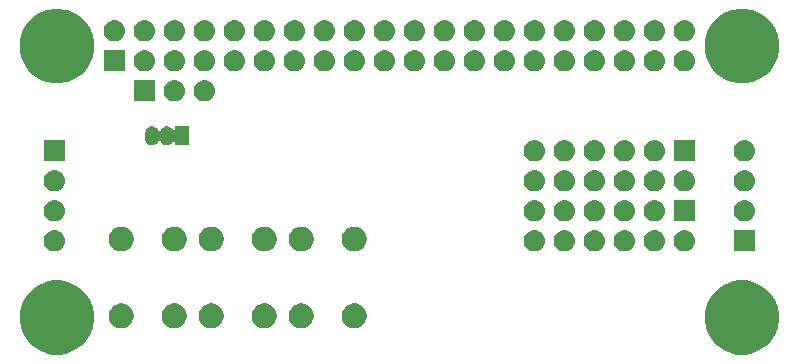
<source format=gbr>
G04 #@! TF.GenerationSoftware,KiCad,Pcbnew,5.0.1+dfsg1-3~bpo9+1*
G04 #@! TF.CreationDate,2018-12-04T00:42:53+01:00*
G04 #@! TF.ProjectId,wuhat,77756861742E6B696361645F70636200,rev?*
G04 #@! TF.SameCoordinates,Original*
G04 #@! TF.FileFunction,Soldermask,Bot*
G04 #@! TF.FilePolarity,Negative*
%FSLAX46Y46*%
G04 Gerber Fmt 4.6, Leading zero omitted, Abs format (unit mm)*
G04 Created by KiCad (PCBNEW 5.0.1+dfsg1-3~bpo9+1) date Tue 04 Dec 2018 12:42:53 AM CET*
%MOMM*%
%LPD*%
G01*
G04 APERTURE LIST*
%ADD10C,0.100000*%
G04 APERTURE END LIST*
D10*
G36*
X163816191Y-119159727D02*
X164019113Y-119200091D01*
X164592558Y-119437620D01*
X165105165Y-119780134D01*
X165108648Y-119782461D01*
X165547539Y-120221352D01*
X165547541Y-120221355D01*
X165892380Y-120737442D01*
X166129909Y-121310887D01*
X166129909Y-121310888D01*
X166251000Y-121919652D01*
X166251000Y-122540348D01*
X166170273Y-122946191D01*
X166129909Y-123149113D01*
X165892380Y-123722558D01*
X165549866Y-124235165D01*
X165547539Y-124238648D01*
X165108648Y-124677539D01*
X165108645Y-124677541D01*
X164592558Y-125022380D01*
X164019113Y-125259909D01*
X163816191Y-125300273D01*
X163410348Y-125381000D01*
X162789652Y-125381000D01*
X162383809Y-125300273D01*
X162180887Y-125259909D01*
X161607442Y-125022380D01*
X161091355Y-124677541D01*
X161091352Y-124677539D01*
X160652461Y-124238648D01*
X160650134Y-124235165D01*
X160307620Y-123722558D01*
X160070091Y-123149113D01*
X160029727Y-122946191D01*
X159949000Y-122540348D01*
X159949000Y-121919652D01*
X160070091Y-121310888D01*
X160070091Y-121310887D01*
X160307620Y-120737442D01*
X160652459Y-120221355D01*
X160652461Y-120221352D01*
X161091352Y-119782461D01*
X161094835Y-119780134D01*
X161607442Y-119437620D01*
X162180887Y-119200091D01*
X162383809Y-119159727D01*
X162789652Y-119079000D01*
X163410348Y-119079000D01*
X163816191Y-119159727D01*
X163816191Y-119159727D01*
G37*
G36*
X105816191Y-119159727D02*
X106019113Y-119200091D01*
X106592558Y-119437620D01*
X107105165Y-119780134D01*
X107108648Y-119782461D01*
X107547539Y-120221352D01*
X107547541Y-120221355D01*
X107892380Y-120737442D01*
X108129909Y-121310887D01*
X108129909Y-121310888D01*
X108251000Y-121919652D01*
X108251000Y-122540348D01*
X108170273Y-122946191D01*
X108129909Y-123149113D01*
X107892380Y-123722558D01*
X107549866Y-124235165D01*
X107547539Y-124238648D01*
X107108648Y-124677539D01*
X107108645Y-124677541D01*
X106592558Y-125022380D01*
X106019113Y-125259909D01*
X105816191Y-125300273D01*
X105410348Y-125381000D01*
X104789652Y-125381000D01*
X104383809Y-125300273D01*
X104180887Y-125259909D01*
X103607442Y-125022380D01*
X103091355Y-124677541D01*
X103091352Y-124677539D01*
X102652461Y-124238648D01*
X102650134Y-124235165D01*
X102307620Y-123722558D01*
X102070091Y-123149113D01*
X102029727Y-122946191D01*
X101949000Y-122540348D01*
X101949000Y-121919652D01*
X102070091Y-121310888D01*
X102070091Y-121310887D01*
X102307620Y-120737442D01*
X102652459Y-120221355D01*
X102652461Y-120221352D01*
X103091352Y-119782461D01*
X103094835Y-119780134D01*
X103607442Y-119437620D01*
X104180887Y-119200091D01*
X104383809Y-119159727D01*
X104789652Y-119079000D01*
X105410348Y-119079000D01*
X105816191Y-119159727D01*
X105816191Y-119159727D01*
G37*
G36*
X118476565Y-121079389D02*
X118667834Y-121158615D01*
X118839976Y-121273637D01*
X118986363Y-121420024D01*
X119101385Y-121592166D01*
X119180611Y-121783435D01*
X119221000Y-121986484D01*
X119221000Y-122193516D01*
X119180611Y-122396565D01*
X119101385Y-122587834D01*
X118986363Y-122759976D01*
X118839976Y-122906363D01*
X118667834Y-123021385D01*
X118476565Y-123100611D01*
X118273516Y-123141000D01*
X118066484Y-123141000D01*
X117863435Y-123100611D01*
X117672166Y-123021385D01*
X117500024Y-122906363D01*
X117353637Y-122759976D01*
X117238615Y-122587834D01*
X117159389Y-122396565D01*
X117119000Y-122193516D01*
X117119000Y-121986484D01*
X117159389Y-121783435D01*
X117238615Y-121592166D01*
X117353637Y-121420024D01*
X117500024Y-121273637D01*
X117672166Y-121158615D01*
X117863435Y-121079389D01*
X118066484Y-121039000D01*
X118273516Y-121039000D01*
X118476565Y-121079389D01*
X118476565Y-121079389D01*
G37*
G36*
X126096565Y-121079389D02*
X126287834Y-121158615D01*
X126459976Y-121273637D01*
X126606363Y-121420024D01*
X126721385Y-121592166D01*
X126800611Y-121783435D01*
X126841000Y-121986484D01*
X126841000Y-122193516D01*
X126800611Y-122396565D01*
X126721385Y-122587834D01*
X126606363Y-122759976D01*
X126459976Y-122906363D01*
X126287834Y-123021385D01*
X126096565Y-123100611D01*
X125893516Y-123141000D01*
X125686484Y-123141000D01*
X125483435Y-123100611D01*
X125292166Y-123021385D01*
X125120024Y-122906363D01*
X124973637Y-122759976D01*
X124858615Y-122587834D01*
X124779389Y-122396565D01*
X124739000Y-122193516D01*
X124739000Y-121986484D01*
X124779389Y-121783435D01*
X124858615Y-121592166D01*
X124973637Y-121420024D01*
X125120024Y-121273637D01*
X125292166Y-121158615D01*
X125483435Y-121079389D01*
X125686484Y-121039000D01*
X125893516Y-121039000D01*
X126096565Y-121079389D01*
X126096565Y-121079389D01*
G37*
G36*
X130596565Y-121079389D02*
X130787834Y-121158615D01*
X130959976Y-121273637D01*
X131106363Y-121420024D01*
X131221385Y-121592166D01*
X131300611Y-121783435D01*
X131341000Y-121986484D01*
X131341000Y-122193516D01*
X131300611Y-122396565D01*
X131221385Y-122587834D01*
X131106363Y-122759976D01*
X130959976Y-122906363D01*
X130787834Y-123021385D01*
X130596565Y-123100611D01*
X130393516Y-123141000D01*
X130186484Y-123141000D01*
X129983435Y-123100611D01*
X129792166Y-123021385D01*
X129620024Y-122906363D01*
X129473637Y-122759976D01*
X129358615Y-122587834D01*
X129279389Y-122396565D01*
X129239000Y-122193516D01*
X129239000Y-121986484D01*
X129279389Y-121783435D01*
X129358615Y-121592166D01*
X129473637Y-121420024D01*
X129620024Y-121273637D01*
X129792166Y-121158615D01*
X129983435Y-121079389D01*
X130186484Y-121039000D01*
X130393516Y-121039000D01*
X130596565Y-121079389D01*
X130596565Y-121079389D01*
G37*
G36*
X122976565Y-121079389D02*
X123167834Y-121158615D01*
X123339976Y-121273637D01*
X123486363Y-121420024D01*
X123601385Y-121592166D01*
X123680611Y-121783435D01*
X123721000Y-121986484D01*
X123721000Y-122193516D01*
X123680611Y-122396565D01*
X123601385Y-122587834D01*
X123486363Y-122759976D01*
X123339976Y-122906363D01*
X123167834Y-123021385D01*
X122976565Y-123100611D01*
X122773516Y-123141000D01*
X122566484Y-123141000D01*
X122363435Y-123100611D01*
X122172166Y-123021385D01*
X122000024Y-122906363D01*
X121853637Y-122759976D01*
X121738615Y-122587834D01*
X121659389Y-122396565D01*
X121619000Y-122193516D01*
X121619000Y-121986484D01*
X121659389Y-121783435D01*
X121738615Y-121592166D01*
X121853637Y-121420024D01*
X122000024Y-121273637D01*
X122172166Y-121158615D01*
X122363435Y-121079389D01*
X122566484Y-121039000D01*
X122773516Y-121039000D01*
X122976565Y-121079389D01*
X122976565Y-121079389D01*
G37*
G36*
X110856565Y-121079389D02*
X111047834Y-121158615D01*
X111219976Y-121273637D01*
X111366363Y-121420024D01*
X111481385Y-121592166D01*
X111560611Y-121783435D01*
X111601000Y-121986484D01*
X111601000Y-122193516D01*
X111560611Y-122396565D01*
X111481385Y-122587834D01*
X111366363Y-122759976D01*
X111219976Y-122906363D01*
X111047834Y-123021385D01*
X110856565Y-123100611D01*
X110653516Y-123141000D01*
X110446484Y-123141000D01*
X110243435Y-123100611D01*
X110052166Y-123021385D01*
X109880024Y-122906363D01*
X109733637Y-122759976D01*
X109618615Y-122587834D01*
X109539389Y-122396565D01*
X109499000Y-122193516D01*
X109499000Y-121986484D01*
X109539389Y-121783435D01*
X109618615Y-121592166D01*
X109733637Y-121420024D01*
X109880024Y-121273637D01*
X110052166Y-121158615D01*
X110243435Y-121079389D01*
X110446484Y-121039000D01*
X110653516Y-121039000D01*
X110856565Y-121079389D01*
X110856565Y-121079389D01*
G37*
G36*
X115356565Y-121079389D02*
X115547834Y-121158615D01*
X115719976Y-121273637D01*
X115866363Y-121420024D01*
X115981385Y-121592166D01*
X116060611Y-121783435D01*
X116101000Y-121986484D01*
X116101000Y-122193516D01*
X116060611Y-122396565D01*
X115981385Y-122587834D01*
X115866363Y-122759976D01*
X115719976Y-122906363D01*
X115547834Y-123021385D01*
X115356565Y-123100611D01*
X115153516Y-123141000D01*
X114946484Y-123141000D01*
X114743435Y-123100611D01*
X114552166Y-123021385D01*
X114380024Y-122906363D01*
X114233637Y-122759976D01*
X114118615Y-122587834D01*
X114039389Y-122396565D01*
X113999000Y-122193516D01*
X113999000Y-121986484D01*
X114039389Y-121783435D01*
X114118615Y-121592166D01*
X114233637Y-121420024D01*
X114380024Y-121273637D01*
X114552166Y-121158615D01*
X114743435Y-121079389D01*
X114946484Y-121039000D01*
X115153516Y-121039000D01*
X115356565Y-121079389D01*
X115356565Y-121079389D01*
G37*
G36*
X153260443Y-114845519D02*
X153326627Y-114852037D01*
X153439853Y-114886384D01*
X153496467Y-114903557D01*
X153635087Y-114977652D01*
X153652991Y-114987222D01*
X153688729Y-115016552D01*
X153790186Y-115099814D01*
X153873448Y-115201271D01*
X153902778Y-115237009D01*
X153902779Y-115237011D01*
X153986443Y-115393533D01*
X153986443Y-115393534D01*
X154037963Y-115563373D01*
X154055359Y-115740000D01*
X154037963Y-115916627D01*
X154003616Y-116029853D01*
X153986443Y-116086467D01*
X153912348Y-116225087D01*
X153902778Y-116242991D01*
X153873448Y-116278729D01*
X153790186Y-116380186D01*
X153688729Y-116463448D01*
X153652991Y-116492778D01*
X153652989Y-116492779D01*
X153496467Y-116576443D01*
X153439853Y-116593616D01*
X153326627Y-116627963D01*
X153260443Y-116634481D01*
X153194260Y-116641000D01*
X153105740Y-116641000D01*
X153039557Y-116634481D01*
X152973373Y-116627963D01*
X152860147Y-116593616D01*
X152803533Y-116576443D01*
X152647011Y-116492779D01*
X152647009Y-116492778D01*
X152611271Y-116463448D01*
X152509814Y-116380186D01*
X152426552Y-116278729D01*
X152397222Y-116242991D01*
X152387652Y-116225087D01*
X152313557Y-116086467D01*
X152296384Y-116029853D01*
X152262037Y-115916627D01*
X152244641Y-115740000D01*
X152262037Y-115563373D01*
X152313557Y-115393534D01*
X152313557Y-115393533D01*
X152397221Y-115237011D01*
X152397222Y-115237009D01*
X152426552Y-115201271D01*
X152509814Y-115099814D01*
X152611271Y-115016552D01*
X152647009Y-114987222D01*
X152664913Y-114977652D01*
X152803533Y-114903557D01*
X152860147Y-114886384D01*
X152973373Y-114852037D01*
X153039557Y-114845519D01*
X153105740Y-114839000D01*
X153194260Y-114839000D01*
X153260443Y-114845519D01*
X153260443Y-114845519D01*
G37*
G36*
X148180443Y-114845519D02*
X148246627Y-114852037D01*
X148359853Y-114886384D01*
X148416467Y-114903557D01*
X148555087Y-114977652D01*
X148572991Y-114987222D01*
X148608729Y-115016552D01*
X148710186Y-115099814D01*
X148793448Y-115201271D01*
X148822778Y-115237009D01*
X148822779Y-115237011D01*
X148906443Y-115393533D01*
X148906443Y-115393534D01*
X148957963Y-115563373D01*
X148975359Y-115740000D01*
X148957963Y-115916627D01*
X148923616Y-116029853D01*
X148906443Y-116086467D01*
X148832348Y-116225087D01*
X148822778Y-116242991D01*
X148793448Y-116278729D01*
X148710186Y-116380186D01*
X148608729Y-116463448D01*
X148572991Y-116492778D01*
X148572989Y-116492779D01*
X148416467Y-116576443D01*
X148359853Y-116593616D01*
X148246627Y-116627963D01*
X148180443Y-116634481D01*
X148114260Y-116641000D01*
X148025740Y-116641000D01*
X147959557Y-116634481D01*
X147893373Y-116627963D01*
X147780147Y-116593616D01*
X147723533Y-116576443D01*
X147567011Y-116492779D01*
X147567009Y-116492778D01*
X147531271Y-116463448D01*
X147429814Y-116380186D01*
X147346552Y-116278729D01*
X147317222Y-116242991D01*
X147307652Y-116225087D01*
X147233557Y-116086467D01*
X147216384Y-116029853D01*
X147182037Y-115916627D01*
X147164641Y-115740000D01*
X147182037Y-115563373D01*
X147233557Y-115393534D01*
X147233557Y-115393533D01*
X147317221Y-115237011D01*
X147317222Y-115237009D01*
X147346552Y-115201271D01*
X147429814Y-115099814D01*
X147531271Y-115016552D01*
X147567009Y-114987222D01*
X147584913Y-114977652D01*
X147723533Y-114903557D01*
X147780147Y-114886384D01*
X147893373Y-114852037D01*
X147959557Y-114845519D01*
X148025740Y-114839000D01*
X148114260Y-114839000D01*
X148180443Y-114845519D01*
X148180443Y-114845519D01*
G37*
G36*
X118476565Y-114579389D02*
X118667834Y-114658615D01*
X118839976Y-114773637D01*
X118986363Y-114920024D01*
X119101385Y-115092166D01*
X119180611Y-115283435D01*
X119221000Y-115486484D01*
X119221000Y-115693516D01*
X119180611Y-115896565D01*
X119101385Y-116087834D01*
X118986363Y-116259976D01*
X118839976Y-116406363D01*
X118667834Y-116521385D01*
X118476565Y-116600611D01*
X118273516Y-116641000D01*
X118066484Y-116641000D01*
X117863435Y-116600611D01*
X117672166Y-116521385D01*
X117500024Y-116406363D01*
X117353637Y-116259976D01*
X117238615Y-116087834D01*
X117159389Y-115896565D01*
X117119000Y-115693516D01*
X117119000Y-115486484D01*
X117159389Y-115283435D01*
X117238615Y-115092166D01*
X117353637Y-114920024D01*
X117500024Y-114773637D01*
X117672166Y-114658615D01*
X117863435Y-114579389D01*
X118066484Y-114539000D01*
X118273516Y-114539000D01*
X118476565Y-114579389D01*
X118476565Y-114579389D01*
G37*
G36*
X122976565Y-114579389D02*
X123167834Y-114658615D01*
X123339976Y-114773637D01*
X123486363Y-114920024D01*
X123601385Y-115092166D01*
X123680611Y-115283435D01*
X123721000Y-115486484D01*
X123721000Y-115693516D01*
X123680611Y-115896565D01*
X123601385Y-116087834D01*
X123486363Y-116259976D01*
X123339976Y-116406363D01*
X123167834Y-116521385D01*
X122976565Y-116600611D01*
X122773516Y-116641000D01*
X122566484Y-116641000D01*
X122363435Y-116600611D01*
X122172166Y-116521385D01*
X122000024Y-116406363D01*
X121853637Y-116259976D01*
X121738615Y-116087834D01*
X121659389Y-115896565D01*
X121619000Y-115693516D01*
X121619000Y-115486484D01*
X121659389Y-115283435D01*
X121738615Y-115092166D01*
X121853637Y-114920024D01*
X122000024Y-114773637D01*
X122172166Y-114658615D01*
X122363435Y-114579389D01*
X122566484Y-114539000D01*
X122773516Y-114539000D01*
X122976565Y-114579389D01*
X122976565Y-114579389D01*
G37*
G36*
X158340443Y-114845519D02*
X158406627Y-114852037D01*
X158519853Y-114886384D01*
X158576467Y-114903557D01*
X158715087Y-114977652D01*
X158732991Y-114987222D01*
X158768729Y-115016552D01*
X158870186Y-115099814D01*
X158953448Y-115201271D01*
X158982778Y-115237009D01*
X158982779Y-115237011D01*
X159066443Y-115393533D01*
X159066443Y-115393534D01*
X159117963Y-115563373D01*
X159135359Y-115740000D01*
X159117963Y-115916627D01*
X159083616Y-116029853D01*
X159066443Y-116086467D01*
X158992348Y-116225087D01*
X158982778Y-116242991D01*
X158953448Y-116278729D01*
X158870186Y-116380186D01*
X158768729Y-116463448D01*
X158732991Y-116492778D01*
X158732989Y-116492779D01*
X158576467Y-116576443D01*
X158519853Y-116593616D01*
X158406627Y-116627963D01*
X158340443Y-116634481D01*
X158274260Y-116641000D01*
X158185740Y-116641000D01*
X158119557Y-116634481D01*
X158053373Y-116627963D01*
X157940147Y-116593616D01*
X157883533Y-116576443D01*
X157727011Y-116492779D01*
X157727009Y-116492778D01*
X157691271Y-116463448D01*
X157589814Y-116380186D01*
X157506552Y-116278729D01*
X157477222Y-116242991D01*
X157467652Y-116225087D01*
X157393557Y-116086467D01*
X157376384Y-116029853D01*
X157342037Y-115916627D01*
X157324641Y-115740000D01*
X157342037Y-115563373D01*
X157393557Y-115393534D01*
X157393557Y-115393533D01*
X157477221Y-115237011D01*
X157477222Y-115237009D01*
X157506552Y-115201271D01*
X157589814Y-115099814D01*
X157691271Y-115016552D01*
X157727009Y-114987222D01*
X157744913Y-114977652D01*
X157883533Y-114903557D01*
X157940147Y-114886384D01*
X158053373Y-114852037D01*
X158119557Y-114845519D01*
X158185740Y-114839000D01*
X158274260Y-114839000D01*
X158340443Y-114845519D01*
X158340443Y-114845519D01*
G37*
G36*
X155800443Y-114845519D02*
X155866627Y-114852037D01*
X155979853Y-114886384D01*
X156036467Y-114903557D01*
X156175087Y-114977652D01*
X156192991Y-114987222D01*
X156228729Y-115016552D01*
X156330186Y-115099814D01*
X156413448Y-115201271D01*
X156442778Y-115237009D01*
X156442779Y-115237011D01*
X156526443Y-115393533D01*
X156526443Y-115393534D01*
X156577963Y-115563373D01*
X156595359Y-115740000D01*
X156577963Y-115916627D01*
X156543616Y-116029853D01*
X156526443Y-116086467D01*
X156452348Y-116225087D01*
X156442778Y-116242991D01*
X156413448Y-116278729D01*
X156330186Y-116380186D01*
X156228729Y-116463448D01*
X156192991Y-116492778D01*
X156192989Y-116492779D01*
X156036467Y-116576443D01*
X155979853Y-116593616D01*
X155866627Y-116627963D01*
X155800443Y-116634481D01*
X155734260Y-116641000D01*
X155645740Y-116641000D01*
X155579557Y-116634481D01*
X155513373Y-116627963D01*
X155400147Y-116593616D01*
X155343533Y-116576443D01*
X155187011Y-116492779D01*
X155187009Y-116492778D01*
X155151271Y-116463448D01*
X155049814Y-116380186D01*
X154966552Y-116278729D01*
X154937222Y-116242991D01*
X154927652Y-116225087D01*
X154853557Y-116086467D01*
X154836384Y-116029853D01*
X154802037Y-115916627D01*
X154784641Y-115740000D01*
X154802037Y-115563373D01*
X154853557Y-115393534D01*
X154853557Y-115393533D01*
X154937221Y-115237011D01*
X154937222Y-115237009D01*
X154966552Y-115201271D01*
X155049814Y-115099814D01*
X155151271Y-115016552D01*
X155187009Y-114987222D01*
X155204913Y-114977652D01*
X155343533Y-114903557D01*
X155400147Y-114886384D01*
X155513373Y-114852037D01*
X155579557Y-114845519D01*
X155645740Y-114839000D01*
X155734260Y-114839000D01*
X155800443Y-114845519D01*
X155800443Y-114845519D01*
G37*
G36*
X126096565Y-114579389D02*
X126287834Y-114658615D01*
X126459976Y-114773637D01*
X126606363Y-114920024D01*
X126721385Y-115092166D01*
X126800611Y-115283435D01*
X126841000Y-115486484D01*
X126841000Y-115693516D01*
X126800611Y-115896565D01*
X126721385Y-116087834D01*
X126606363Y-116259976D01*
X126459976Y-116406363D01*
X126287834Y-116521385D01*
X126096565Y-116600611D01*
X125893516Y-116641000D01*
X125686484Y-116641000D01*
X125483435Y-116600611D01*
X125292166Y-116521385D01*
X125120024Y-116406363D01*
X124973637Y-116259976D01*
X124858615Y-116087834D01*
X124779389Y-115896565D01*
X124739000Y-115693516D01*
X124739000Y-115486484D01*
X124779389Y-115283435D01*
X124858615Y-115092166D01*
X124973637Y-114920024D01*
X125120024Y-114773637D01*
X125292166Y-114658615D01*
X125483435Y-114579389D01*
X125686484Y-114539000D01*
X125893516Y-114539000D01*
X126096565Y-114579389D01*
X126096565Y-114579389D01*
G37*
G36*
X110856565Y-114579389D02*
X111047834Y-114658615D01*
X111219976Y-114773637D01*
X111366363Y-114920024D01*
X111481385Y-115092166D01*
X111560611Y-115283435D01*
X111601000Y-115486484D01*
X111601000Y-115693516D01*
X111560611Y-115896565D01*
X111481385Y-116087834D01*
X111366363Y-116259976D01*
X111219976Y-116406363D01*
X111047834Y-116521385D01*
X110856565Y-116600611D01*
X110653516Y-116641000D01*
X110446484Y-116641000D01*
X110243435Y-116600611D01*
X110052166Y-116521385D01*
X109880024Y-116406363D01*
X109733637Y-116259976D01*
X109618615Y-116087834D01*
X109539389Y-115896565D01*
X109499000Y-115693516D01*
X109499000Y-115486484D01*
X109539389Y-115283435D01*
X109618615Y-115092166D01*
X109733637Y-114920024D01*
X109880024Y-114773637D01*
X110052166Y-114658615D01*
X110243435Y-114579389D01*
X110446484Y-114539000D01*
X110653516Y-114539000D01*
X110856565Y-114579389D01*
X110856565Y-114579389D01*
G37*
G36*
X115356565Y-114579389D02*
X115547834Y-114658615D01*
X115719976Y-114773637D01*
X115866363Y-114920024D01*
X115981385Y-115092166D01*
X116060611Y-115283435D01*
X116101000Y-115486484D01*
X116101000Y-115693516D01*
X116060611Y-115896565D01*
X115981385Y-116087834D01*
X115866363Y-116259976D01*
X115719976Y-116406363D01*
X115547834Y-116521385D01*
X115356565Y-116600611D01*
X115153516Y-116641000D01*
X114946484Y-116641000D01*
X114743435Y-116600611D01*
X114552166Y-116521385D01*
X114380024Y-116406363D01*
X114233637Y-116259976D01*
X114118615Y-116087834D01*
X114039389Y-115896565D01*
X113999000Y-115693516D01*
X113999000Y-115486484D01*
X114039389Y-115283435D01*
X114118615Y-115092166D01*
X114233637Y-114920024D01*
X114380024Y-114773637D01*
X114552166Y-114658615D01*
X114743435Y-114579389D01*
X114946484Y-114539000D01*
X115153516Y-114539000D01*
X115356565Y-114579389D01*
X115356565Y-114579389D01*
G37*
G36*
X150720443Y-114845519D02*
X150786627Y-114852037D01*
X150899853Y-114886384D01*
X150956467Y-114903557D01*
X151095087Y-114977652D01*
X151112991Y-114987222D01*
X151148729Y-115016552D01*
X151250186Y-115099814D01*
X151333448Y-115201271D01*
X151362778Y-115237009D01*
X151362779Y-115237011D01*
X151446443Y-115393533D01*
X151446443Y-115393534D01*
X151497963Y-115563373D01*
X151515359Y-115740000D01*
X151497963Y-115916627D01*
X151463616Y-116029853D01*
X151446443Y-116086467D01*
X151372348Y-116225087D01*
X151362778Y-116242991D01*
X151333448Y-116278729D01*
X151250186Y-116380186D01*
X151148729Y-116463448D01*
X151112991Y-116492778D01*
X151112989Y-116492779D01*
X150956467Y-116576443D01*
X150899853Y-116593616D01*
X150786627Y-116627963D01*
X150720443Y-116634481D01*
X150654260Y-116641000D01*
X150565740Y-116641000D01*
X150499557Y-116634481D01*
X150433373Y-116627963D01*
X150320147Y-116593616D01*
X150263533Y-116576443D01*
X150107011Y-116492779D01*
X150107009Y-116492778D01*
X150071271Y-116463448D01*
X149969814Y-116380186D01*
X149886552Y-116278729D01*
X149857222Y-116242991D01*
X149847652Y-116225087D01*
X149773557Y-116086467D01*
X149756384Y-116029853D01*
X149722037Y-115916627D01*
X149704641Y-115740000D01*
X149722037Y-115563373D01*
X149773557Y-115393534D01*
X149773557Y-115393533D01*
X149857221Y-115237011D01*
X149857222Y-115237009D01*
X149886552Y-115201271D01*
X149969814Y-115099814D01*
X150071271Y-115016552D01*
X150107009Y-114987222D01*
X150124913Y-114977652D01*
X150263533Y-114903557D01*
X150320147Y-114886384D01*
X150433373Y-114852037D01*
X150499557Y-114845519D01*
X150565740Y-114839000D01*
X150654260Y-114839000D01*
X150720443Y-114845519D01*
X150720443Y-114845519D01*
G37*
G36*
X164211000Y-116641000D02*
X162409000Y-116641000D01*
X162409000Y-114839000D01*
X164211000Y-114839000D01*
X164211000Y-116641000D01*
X164211000Y-116641000D01*
G37*
G36*
X105000443Y-114845519D02*
X105066627Y-114852037D01*
X105179853Y-114886384D01*
X105236467Y-114903557D01*
X105375087Y-114977652D01*
X105392991Y-114987222D01*
X105428729Y-115016552D01*
X105530186Y-115099814D01*
X105613448Y-115201271D01*
X105642778Y-115237009D01*
X105642779Y-115237011D01*
X105726443Y-115393533D01*
X105726443Y-115393534D01*
X105777963Y-115563373D01*
X105795359Y-115740000D01*
X105777963Y-115916627D01*
X105743616Y-116029853D01*
X105726443Y-116086467D01*
X105652348Y-116225087D01*
X105642778Y-116242991D01*
X105613448Y-116278729D01*
X105530186Y-116380186D01*
X105428729Y-116463448D01*
X105392991Y-116492778D01*
X105392989Y-116492779D01*
X105236467Y-116576443D01*
X105179853Y-116593616D01*
X105066627Y-116627963D01*
X105000443Y-116634481D01*
X104934260Y-116641000D01*
X104845740Y-116641000D01*
X104779557Y-116634481D01*
X104713373Y-116627963D01*
X104600147Y-116593616D01*
X104543533Y-116576443D01*
X104387011Y-116492779D01*
X104387009Y-116492778D01*
X104351271Y-116463448D01*
X104249814Y-116380186D01*
X104166552Y-116278729D01*
X104137222Y-116242991D01*
X104127652Y-116225087D01*
X104053557Y-116086467D01*
X104036384Y-116029853D01*
X104002037Y-115916627D01*
X103984641Y-115740000D01*
X104002037Y-115563373D01*
X104053557Y-115393534D01*
X104053557Y-115393533D01*
X104137221Y-115237011D01*
X104137222Y-115237009D01*
X104166552Y-115201271D01*
X104249814Y-115099814D01*
X104351271Y-115016552D01*
X104387009Y-114987222D01*
X104404913Y-114977652D01*
X104543533Y-114903557D01*
X104600147Y-114886384D01*
X104713373Y-114852037D01*
X104779557Y-114845519D01*
X104845740Y-114839000D01*
X104934260Y-114839000D01*
X105000443Y-114845519D01*
X105000443Y-114845519D01*
G37*
G36*
X130596565Y-114579389D02*
X130787834Y-114658615D01*
X130959976Y-114773637D01*
X131106363Y-114920024D01*
X131221385Y-115092166D01*
X131300611Y-115283435D01*
X131341000Y-115486484D01*
X131341000Y-115693516D01*
X131300611Y-115896565D01*
X131221385Y-116087834D01*
X131106363Y-116259976D01*
X130959976Y-116406363D01*
X130787834Y-116521385D01*
X130596565Y-116600611D01*
X130393516Y-116641000D01*
X130186484Y-116641000D01*
X129983435Y-116600611D01*
X129792166Y-116521385D01*
X129620024Y-116406363D01*
X129473637Y-116259976D01*
X129358615Y-116087834D01*
X129279389Y-115896565D01*
X129239000Y-115693516D01*
X129239000Y-115486484D01*
X129279389Y-115283435D01*
X129358615Y-115092166D01*
X129473637Y-114920024D01*
X129620024Y-114773637D01*
X129792166Y-114658615D01*
X129983435Y-114579389D01*
X130186484Y-114539000D01*
X130393516Y-114539000D01*
X130596565Y-114579389D01*
X130596565Y-114579389D01*
G37*
G36*
X145640443Y-114845519D02*
X145706627Y-114852037D01*
X145819853Y-114886384D01*
X145876467Y-114903557D01*
X146015087Y-114977652D01*
X146032991Y-114987222D01*
X146068729Y-115016552D01*
X146170186Y-115099814D01*
X146253448Y-115201271D01*
X146282778Y-115237009D01*
X146282779Y-115237011D01*
X146366443Y-115393533D01*
X146366443Y-115393534D01*
X146417963Y-115563373D01*
X146435359Y-115740000D01*
X146417963Y-115916627D01*
X146383616Y-116029853D01*
X146366443Y-116086467D01*
X146292348Y-116225087D01*
X146282778Y-116242991D01*
X146253448Y-116278729D01*
X146170186Y-116380186D01*
X146068729Y-116463448D01*
X146032991Y-116492778D01*
X146032989Y-116492779D01*
X145876467Y-116576443D01*
X145819853Y-116593616D01*
X145706627Y-116627963D01*
X145640443Y-116634481D01*
X145574260Y-116641000D01*
X145485740Y-116641000D01*
X145419557Y-116634481D01*
X145353373Y-116627963D01*
X145240147Y-116593616D01*
X145183533Y-116576443D01*
X145027011Y-116492779D01*
X145027009Y-116492778D01*
X144991271Y-116463448D01*
X144889814Y-116380186D01*
X144806552Y-116278729D01*
X144777222Y-116242991D01*
X144767652Y-116225087D01*
X144693557Y-116086467D01*
X144676384Y-116029853D01*
X144642037Y-115916627D01*
X144624641Y-115740000D01*
X144642037Y-115563373D01*
X144693557Y-115393534D01*
X144693557Y-115393533D01*
X144777221Y-115237011D01*
X144777222Y-115237009D01*
X144806552Y-115201271D01*
X144889814Y-115099814D01*
X144991271Y-115016552D01*
X145027009Y-114987222D01*
X145044913Y-114977652D01*
X145183533Y-114903557D01*
X145240147Y-114886384D01*
X145353373Y-114852037D01*
X145419557Y-114845519D01*
X145485740Y-114839000D01*
X145574260Y-114839000D01*
X145640443Y-114845519D01*
X145640443Y-114845519D01*
G37*
G36*
X163420442Y-112305518D02*
X163486627Y-112312037D01*
X163599853Y-112346384D01*
X163656467Y-112363557D01*
X163795087Y-112437652D01*
X163812991Y-112447222D01*
X163848729Y-112476552D01*
X163950186Y-112559814D01*
X164033448Y-112661271D01*
X164062778Y-112697009D01*
X164062779Y-112697011D01*
X164146443Y-112853533D01*
X164146443Y-112853534D01*
X164197963Y-113023373D01*
X164215359Y-113200000D01*
X164197963Y-113376627D01*
X164163616Y-113489853D01*
X164146443Y-113546467D01*
X164072348Y-113685087D01*
X164062778Y-113702991D01*
X164033448Y-113738729D01*
X163950186Y-113840186D01*
X163848729Y-113923448D01*
X163812991Y-113952778D01*
X163812989Y-113952779D01*
X163656467Y-114036443D01*
X163599853Y-114053616D01*
X163486627Y-114087963D01*
X163420442Y-114094482D01*
X163354260Y-114101000D01*
X163265740Y-114101000D01*
X163199558Y-114094482D01*
X163133373Y-114087963D01*
X163020147Y-114053616D01*
X162963533Y-114036443D01*
X162807011Y-113952779D01*
X162807009Y-113952778D01*
X162771271Y-113923448D01*
X162669814Y-113840186D01*
X162586552Y-113738729D01*
X162557222Y-113702991D01*
X162547652Y-113685087D01*
X162473557Y-113546467D01*
X162456384Y-113489853D01*
X162422037Y-113376627D01*
X162404641Y-113200000D01*
X162422037Y-113023373D01*
X162473557Y-112853534D01*
X162473557Y-112853533D01*
X162557221Y-112697011D01*
X162557222Y-112697009D01*
X162586552Y-112661271D01*
X162669814Y-112559814D01*
X162771271Y-112476552D01*
X162807009Y-112447222D01*
X162824913Y-112437652D01*
X162963533Y-112363557D01*
X163020147Y-112346384D01*
X163133373Y-112312037D01*
X163199558Y-112305518D01*
X163265740Y-112299000D01*
X163354260Y-112299000D01*
X163420442Y-112305518D01*
X163420442Y-112305518D01*
G37*
G36*
X145640442Y-112305518D02*
X145706627Y-112312037D01*
X145819853Y-112346384D01*
X145876467Y-112363557D01*
X146015087Y-112437652D01*
X146032991Y-112447222D01*
X146068729Y-112476552D01*
X146170186Y-112559814D01*
X146253448Y-112661271D01*
X146282778Y-112697009D01*
X146282779Y-112697011D01*
X146366443Y-112853533D01*
X146366443Y-112853534D01*
X146417963Y-113023373D01*
X146435359Y-113200000D01*
X146417963Y-113376627D01*
X146383616Y-113489853D01*
X146366443Y-113546467D01*
X146292348Y-113685087D01*
X146282778Y-113702991D01*
X146253448Y-113738729D01*
X146170186Y-113840186D01*
X146068729Y-113923448D01*
X146032991Y-113952778D01*
X146032989Y-113952779D01*
X145876467Y-114036443D01*
X145819853Y-114053616D01*
X145706627Y-114087963D01*
X145640442Y-114094482D01*
X145574260Y-114101000D01*
X145485740Y-114101000D01*
X145419558Y-114094482D01*
X145353373Y-114087963D01*
X145240147Y-114053616D01*
X145183533Y-114036443D01*
X145027011Y-113952779D01*
X145027009Y-113952778D01*
X144991271Y-113923448D01*
X144889814Y-113840186D01*
X144806552Y-113738729D01*
X144777222Y-113702991D01*
X144767652Y-113685087D01*
X144693557Y-113546467D01*
X144676384Y-113489853D01*
X144642037Y-113376627D01*
X144624641Y-113200000D01*
X144642037Y-113023373D01*
X144693557Y-112853534D01*
X144693557Y-112853533D01*
X144777221Y-112697011D01*
X144777222Y-112697009D01*
X144806552Y-112661271D01*
X144889814Y-112559814D01*
X144991271Y-112476552D01*
X145027009Y-112447222D01*
X145044913Y-112437652D01*
X145183533Y-112363557D01*
X145240147Y-112346384D01*
X145353373Y-112312037D01*
X145419558Y-112305518D01*
X145485740Y-112299000D01*
X145574260Y-112299000D01*
X145640442Y-112305518D01*
X145640442Y-112305518D01*
G37*
G36*
X148180442Y-112305518D02*
X148246627Y-112312037D01*
X148359853Y-112346384D01*
X148416467Y-112363557D01*
X148555087Y-112437652D01*
X148572991Y-112447222D01*
X148608729Y-112476552D01*
X148710186Y-112559814D01*
X148793448Y-112661271D01*
X148822778Y-112697009D01*
X148822779Y-112697011D01*
X148906443Y-112853533D01*
X148906443Y-112853534D01*
X148957963Y-113023373D01*
X148975359Y-113200000D01*
X148957963Y-113376627D01*
X148923616Y-113489853D01*
X148906443Y-113546467D01*
X148832348Y-113685087D01*
X148822778Y-113702991D01*
X148793448Y-113738729D01*
X148710186Y-113840186D01*
X148608729Y-113923448D01*
X148572991Y-113952778D01*
X148572989Y-113952779D01*
X148416467Y-114036443D01*
X148359853Y-114053616D01*
X148246627Y-114087963D01*
X148180442Y-114094482D01*
X148114260Y-114101000D01*
X148025740Y-114101000D01*
X147959558Y-114094482D01*
X147893373Y-114087963D01*
X147780147Y-114053616D01*
X147723533Y-114036443D01*
X147567011Y-113952779D01*
X147567009Y-113952778D01*
X147531271Y-113923448D01*
X147429814Y-113840186D01*
X147346552Y-113738729D01*
X147317222Y-113702991D01*
X147307652Y-113685087D01*
X147233557Y-113546467D01*
X147216384Y-113489853D01*
X147182037Y-113376627D01*
X147164641Y-113200000D01*
X147182037Y-113023373D01*
X147233557Y-112853534D01*
X147233557Y-112853533D01*
X147317221Y-112697011D01*
X147317222Y-112697009D01*
X147346552Y-112661271D01*
X147429814Y-112559814D01*
X147531271Y-112476552D01*
X147567009Y-112447222D01*
X147584913Y-112437652D01*
X147723533Y-112363557D01*
X147780147Y-112346384D01*
X147893373Y-112312037D01*
X147959558Y-112305518D01*
X148025740Y-112299000D01*
X148114260Y-112299000D01*
X148180442Y-112305518D01*
X148180442Y-112305518D01*
G37*
G36*
X105000442Y-112305518D02*
X105066627Y-112312037D01*
X105179853Y-112346384D01*
X105236467Y-112363557D01*
X105375087Y-112437652D01*
X105392991Y-112447222D01*
X105428729Y-112476552D01*
X105530186Y-112559814D01*
X105613448Y-112661271D01*
X105642778Y-112697009D01*
X105642779Y-112697011D01*
X105726443Y-112853533D01*
X105726443Y-112853534D01*
X105777963Y-113023373D01*
X105795359Y-113200000D01*
X105777963Y-113376627D01*
X105743616Y-113489853D01*
X105726443Y-113546467D01*
X105652348Y-113685087D01*
X105642778Y-113702991D01*
X105613448Y-113738729D01*
X105530186Y-113840186D01*
X105428729Y-113923448D01*
X105392991Y-113952778D01*
X105392989Y-113952779D01*
X105236467Y-114036443D01*
X105179853Y-114053616D01*
X105066627Y-114087963D01*
X105000442Y-114094482D01*
X104934260Y-114101000D01*
X104845740Y-114101000D01*
X104779558Y-114094482D01*
X104713373Y-114087963D01*
X104600147Y-114053616D01*
X104543533Y-114036443D01*
X104387011Y-113952779D01*
X104387009Y-113952778D01*
X104351271Y-113923448D01*
X104249814Y-113840186D01*
X104166552Y-113738729D01*
X104137222Y-113702991D01*
X104127652Y-113685087D01*
X104053557Y-113546467D01*
X104036384Y-113489853D01*
X104002037Y-113376627D01*
X103984641Y-113200000D01*
X104002037Y-113023373D01*
X104053557Y-112853534D01*
X104053557Y-112853533D01*
X104137221Y-112697011D01*
X104137222Y-112697009D01*
X104166552Y-112661271D01*
X104249814Y-112559814D01*
X104351271Y-112476552D01*
X104387009Y-112447222D01*
X104404913Y-112437652D01*
X104543533Y-112363557D01*
X104600147Y-112346384D01*
X104713373Y-112312037D01*
X104779558Y-112305518D01*
X104845740Y-112299000D01*
X104934260Y-112299000D01*
X105000442Y-112305518D01*
X105000442Y-112305518D01*
G37*
G36*
X150720442Y-112305518D02*
X150786627Y-112312037D01*
X150899853Y-112346384D01*
X150956467Y-112363557D01*
X151095087Y-112437652D01*
X151112991Y-112447222D01*
X151148729Y-112476552D01*
X151250186Y-112559814D01*
X151333448Y-112661271D01*
X151362778Y-112697009D01*
X151362779Y-112697011D01*
X151446443Y-112853533D01*
X151446443Y-112853534D01*
X151497963Y-113023373D01*
X151515359Y-113200000D01*
X151497963Y-113376627D01*
X151463616Y-113489853D01*
X151446443Y-113546467D01*
X151372348Y-113685087D01*
X151362778Y-113702991D01*
X151333448Y-113738729D01*
X151250186Y-113840186D01*
X151148729Y-113923448D01*
X151112991Y-113952778D01*
X151112989Y-113952779D01*
X150956467Y-114036443D01*
X150899853Y-114053616D01*
X150786627Y-114087963D01*
X150720442Y-114094482D01*
X150654260Y-114101000D01*
X150565740Y-114101000D01*
X150499558Y-114094482D01*
X150433373Y-114087963D01*
X150320147Y-114053616D01*
X150263533Y-114036443D01*
X150107011Y-113952779D01*
X150107009Y-113952778D01*
X150071271Y-113923448D01*
X149969814Y-113840186D01*
X149886552Y-113738729D01*
X149857222Y-113702991D01*
X149847652Y-113685087D01*
X149773557Y-113546467D01*
X149756384Y-113489853D01*
X149722037Y-113376627D01*
X149704641Y-113200000D01*
X149722037Y-113023373D01*
X149773557Y-112853534D01*
X149773557Y-112853533D01*
X149857221Y-112697011D01*
X149857222Y-112697009D01*
X149886552Y-112661271D01*
X149969814Y-112559814D01*
X150071271Y-112476552D01*
X150107009Y-112447222D01*
X150124913Y-112437652D01*
X150263533Y-112363557D01*
X150320147Y-112346384D01*
X150433373Y-112312037D01*
X150499558Y-112305518D01*
X150565740Y-112299000D01*
X150654260Y-112299000D01*
X150720442Y-112305518D01*
X150720442Y-112305518D01*
G37*
G36*
X155800442Y-112305518D02*
X155866627Y-112312037D01*
X155979853Y-112346384D01*
X156036467Y-112363557D01*
X156175087Y-112437652D01*
X156192991Y-112447222D01*
X156228729Y-112476552D01*
X156330186Y-112559814D01*
X156413448Y-112661271D01*
X156442778Y-112697009D01*
X156442779Y-112697011D01*
X156526443Y-112853533D01*
X156526443Y-112853534D01*
X156577963Y-113023373D01*
X156595359Y-113200000D01*
X156577963Y-113376627D01*
X156543616Y-113489853D01*
X156526443Y-113546467D01*
X156452348Y-113685087D01*
X156442778Y-113702991D01*
X156413448Y-113738729D01*
X156330186Y-113840186D01*
X156228729Y-113923448D01*
X156192991Y-113952778D01*
X156192989Y-113952779D01*
X156036467Y-114036443D01*
X155979853Y-114053616D01*
X155866627Y-114087963D01*
X155800442Y-114094482D01*
X155734260Y-114101000D01*
X155645740Y-114101000D01*
X155579558Y-114094482D01*
X155513373Y-114087963D01*
X155400147Y-114053616D01*
X155343533Y-114036443D01*
X155187011Y-113952779D01*
X155187009Y-113952778D01*
X155151271Y-113923448D01*
X155049814Y-113840186D01*
X154966552Y-113738729D01*
X154937222Y-113702991D01*
X154927652Y-113685087D01*
X154853557Y-113546467D01*
X154836384Y-113489853D01*
X154802037Y-113376627D01*
X154784641Y-113200000D01*
X154802037Y-113023373D01*
X154853557Y-112853534D01*
X154853557Y-112853533D01*
X154937221Y-112697011D01*
X154937222Y-112697009D01*
X154966552Y-112661271D01*
X155049814Y-112559814D01*
X155151271Y-112476552D01*
X155187009Y-112447222D01*
X155204913Y-112437652D01*
X155343533Y-112363557D01*
X155400147Y-112346384D01*
X155513373Y-112312037D01*
X155579558Y-112305518D01*
X155645740Y-112299000D01*
X155734260Y-112299000D01*
X155800442Y-112305518D01*
X155800442Y-112305518D01*
G37*
G36*
X159131000Y-114101000D02*
X157329000Y-114101000D01*
X157329000Y-112299000D01*
X159131000Y-112299000D01*
X159131000Y-114101000D01*
X159131000Y-114101000D01*
G37*
G36*
X153260442Y-112305518D02*
X153326627Y-112312037D01*
X153439853Y-112346384D01*
X153496467Y-112363557D01*
X153635087Y-112437652D01*
X153652991Y-112447222D01*
X153688729Y-112476552D01*
X153790186Y-112559814D01*
X153873448Y-112661271D01*
X153902778Y-112697009D01*
X153902779Y-112697011D01*
X153986443Y-112853533D01*
X153986443Y-112853534D01*
X154037963Y-113023373D01*
X154055359Y-113200000D01*
X154037963Y-113376627D01*
X154003616Y-113489853D01*
X153986443Y-113546467D01*
X153912348Y-113685087D01*
X153902778Y-113702991D01*
X153873448Y-113738729D01*
X153790186Y-113840186D01*
X153688729Y-113923448D01*
X153652991Y-113952778D01*
X153652989Y-113952779D01*
X153496467Y-114036443D01*
X153439853Y-114053616D01*
X153326627Y-114087963D01*
X153260442Y-114094482D01*
X153194260Y-114101000D01*
X153105740Y-114101000D01*
X153039558Y-114094482D01*
X152973373Y-114087963D01*
X152860147Y-114053616D01*
X152803533Y-114036443D01*
X152647011Y-113952779D01*
X152647009Y-113952778D01*
X152611271Y-113923448D01*
X152509814Y-113840186D01*
X152426552Y-113738729D01*
X152397222Y-113702991D01*
X152387652Y-113685087D01*
X152313557Y-113546467D01*
X152296384Y-113489853D01*
X152262037Y-113376627D01*
X152244641Y-113200000D01*
X152262037Y-113023373D01*
X152313557Y-112853534D01*
X152313557Y-112853533D01*
X152397221Y-112697011D01*
X152397222Y-112697009D01*
X152426552Y-112661271D01*
X152509814Y-112559814D01*
X152611271Y-112476552D01*
X152647009Y-112447222D01*
X152664913Y-112437652D01*
X152803533Y-112363557D01*
X152860147Y-112346384D01*
X152973373Y-112312037D01*
X153039558Y-112305518D01*
X153105740Y-112299000D01*
X153194260Y-112299000D01*
X153260442Y-112305518D01*
X153260442Y-112305518D01*
G37*
G36*
X163420443Y-109765519D02*
X163486627Y-109772037D01*
X163599853Y-109806384D01*
X163656467Y-109823557D01*
X163795087Y-109897652D01*
X163812991Y-109907222D01*
X163848729Y-109936552D01*
X163950186Y-110019814D01*
X164033448Y-110121271D01*
X164062778Y-110157009D01*
X164062779Y-110157011D01*
X164146443Y-110313533D01*
X164146443Y-110313534D01*
X164197963Y-110483373D01*
X164215359Y-110660000D01*
X164197963Y-110836627D01*
X164163616Y-110949853D01*
X164146443Y-111006467D01*
X164072348Y-111145087D01*
X164062778Y-111162991D01*
X164033448Y-111198729D01*
X163950186Y-111300186D01*
X163848729Y-111383448D01*
X163812991Y-111412778D01*
X163812989Y-111412779D01*
X163656467Y-111496443D01*
X163599853Y-111513616D01*
X163486627Y-111547963D01*
X163420443Y-111554481D01*
X163354260Y-111561000D01*
X163265740Y-111561000D01*
X163199557Y-111554481D01*
X163133373Y-111547963D01*
X163020147Y-111513616D01*
X162963533Y-111496443D01*
X162807011Y-111412779D01*
X162807009Y-111412778D01*
X162771271Y-111383448D01*
X162669814Y-111300186D01*
X162586552Y-111198729D01*
X162557222Y-111162991D01*
X162547652Y-111145087D01*
X162473557Y-111006467D01*
X162456384Y-110949853D01*
X162422037Y-110836627D01*
X162404641Y-110660000D01*
X162422037Y-110483373D01*
X162473557Y-110313534D01*
X162473557Y-110313533D01*
X162557221Y-110157011D01*
X162557222Y-110157009D01*
X162586552Y-110121271D01*
X162669814Y-110019814D01*
X162771271Y-109936552D01*
X162807009Y-109907222D01*
X162824913Y-109897652D01*
X162963533Y-109823557D01*
X163020147Y-109806384D01*
X163133373Y-109772037D01*
X163199557Y-109765519D01*
X163265740Y-109759000D01*
X163354260Y-109759000D01*
X163420443Y-109765519D01*
X163420443Y-109765519D01*
G37*
G36*
X148180443Y-109765519D02*
X148246627Y-109772037D01*
X148359853Y-109806384D01*
X148416467Y-109823557D01*
X148555087Y-109897652D01*
X148572991Y-109907222D01*
X148608729Y-109936552D01*
X148710186Y-110019814D01*
X148793448Y-110121271D01*
X148822778Y-110157009D01*
X148822779Y-110157011D01*
X148906443Y-110313533D01*
X148906443Y-110313534D01*
X148957963Y-110483373D01*
X148975359Y-110660000D01*
X148957963Y-110836627D01*
X148923616Y-110949853D01*
X148906443Y-111006467D01*
X148832348Y-111145087D01*
X148822778Y-111162991D01*
X148793448Y-111198729D01*
X148710186Y-111300186D01*
X148608729Y-111383448D01*
X148572991Y-111412778D01*
X148572989Y-111412779D01*
X148416467Y-111496443D01*
X148359853Y-111513616D01*
X148246627Y-111547963D01*
X148180443Y-111554481D01*
X148114260Y-111561000D01*
X148025740Y-111561000D01*
X147959557Y-111554481D01*
X147893373Y-111547963D01*
X147780147Y-111513616D01*
X147723533Y-111496443D01*
X147567011Y-111412779D01*
X147567009Y-111412778D01*
X147531271Y-111383448D01*
X147429814Y-111300186D01*
X147346552Y-111198729D01*
X147317222Y-111162991D01*
X147307652Y-111145087D01*
X147233557Y-111006467D01*
X147216384Y-110949853D01*
X147182037Y-110836627D01*
X147164641Y-110660000D01*
X147182037Y-110483373D01*
X147233557Y-110313534D01*
X147233557Y-110313533D01*
X147317221Y-110157011D01*
X147317222Y-110157009D01*
X147346552Y-110121271D01*
X147429814Y-110019814D01*
X147531271Y-109936552D01*
X147567009Y-109907222D01*
X147584913Y-109897652D01*
X147723533Y-109823557D01*
X147780147Y-109806384D01*
X147893373Y-109772037D01*
X147959557Y-109765519D01*
X148025740Y-109759000D01*
X148114260Y-109759000D01*
X148180443Y-109765519D01*
X148180443Y-109765519D01*
G37*
G36*
X105000443Y-109765519D02*
X105066627Y-109772037D01*
X105179853Y-109806384D01*
X105236467Y-109823557D01*
X105375087Y-109897652D01*
X105392991Y-109907222D01*
X105428729Y-109936552D01*
X105530186Y-110019814D01*
X105613448Y-110121271D01*
X105642778Y-110157009D01*
X105642779Y-110157011D01*
X105726443Y-110313533D01*
X105726443Y-110313534D01*
X105777963Y-110483373D01*
X105795359Y-110660000D01*
X105777963Y-110836627D01*
X105743616Y-110949853D01*
X105726443Y-111006467D01*
X105652348Y-111145087D01*
X105642778Y-111162991D01*
X105613448Y-111198729D01*
X105530186Y-111300186D01*
X105428729Y-111383448D01*
X105392991Y-111412778D01*
X105392989Y-111412779D01*
X105236467Y-111496443D01*
X105179853Y-111513616D01*
X105066627Y-111547963D01*
X105000443Y-111554481D01*
X104934260Y-111561000D01*
X104845740Y-111561000D01*
X104779557Y-111554481D01*
X104713373Y-111547963D01*
X104600147Y-111513616D01*
X104543533Y-111496443D01*
X104387011Y-111412779D01*
X104387009Y-111412778D01*
X104351271Y-111383448D01*
X104249814Y-111300186D01*
X104166552Y-111198729D01*
X104137222Y-111162991D01*
X104127652Y-111145087D01*
X104053557Y-111006467D01*
X104036384Y-110949853D01*
X104002037Y-110836627D01*
X103984641Y-110660000D01*
X104002037Y-110483373D01*
X104053557Y-110313534D01*
X104053557Y-110313533D01*
X104137221Y-110157011D01*
X104137222Y-110157009D01*
X104166552Y-110121271D01*
X104249814Y-110019814D01*
X104351271Y-109936552D01*
X104387009Y-109907222D01*
X104404913Y-109897652D01*
X104543533Y-109823557D01*
X104600147Y-109806384D01*
X104713373Y-109772037D01*
X104779557Y-109765519D01*
X104845740Y-109759000D01*
X104934260Y-109759000D01*
X105000443Y-109765519D01*
X105000443Y-109765519D01*
G37*
G36*
X145640443Y-109765519D02*
X145706627Y-109772037D01*
X145819853Y-109806384D01*
X145876467Y-109823557D01*
X146015087Y-109897652D01*
X146032991Y-109907222D01*
X146068729Y-109936552D01*
X146170186Y-110019814D01*
X146253448Y-110121271D01*
X146282778Y-110157009D01*
X146282779Y-110157011D01*
X146366443Y-110313533D01*
X146366443Y-110313534D01*
X146417963Y-110483373D01*
X146435359Y-110660000D01*
X146417963Y-110836627D01*
X146383616Y-110949853D01*
X146366443Y-111006467D01*
X146292348Y-111145087D01*
X146282778Y-111162991D01*
X146253448Y-111198729D01*
X146170186Y-111300186D01*
X146068729Y-111383448D01*
X146032991Y-111412778D01*
X146032989Y-111412779D01*
X145876467Y-111496443D01*
X145819853Y-111513616D01*
X145706627Y-111547963D01*
X145640443Y-111554481D01*
X145574260Y-111561000D01*
X145485740Y-111561000D01*
X145419557Y-111554481D01*
X145353373Y-111547963D01*
X145240147Y-111513616D01*
X145183533Y-111496443D01*
X145027011Y-111412779D01*
X145027009Y-111412778D01*
X144991271Y-111383448D01*
X144889814Y-111300186D01*
X144806552Y-111198729D01*
X144777222Y-111162991D01*
X144767652Y-111145087D01*
X144693557Y-111006467D01*
X144676384Y-110949853D01*
X144642037Y-110836627D01*
X144624641Y-110660000D01*
X144642037Y-110483373D01*
X144693557Y-110313534D01*
X144693557Y-110313533D01*
X144777221Y-110157011D01*
X144777222Y-110157009D01*
X144806552Y-110121271D01*
X144889814Y-110019814D01*
X144991271Y-109936552D01*
X145027009Y-109907222D01*
X145044913Y-109897652D01*
X145183533Y-109823557D01*
X145240147Y-109806384D01*
X145353373Y-109772037D01*
X145419557Y-109765519D01*
X145485740Y-109759000D01*
X145574260Y-109759000D01*
X145640443Y-109765519D01*
X145640443Y-109765519D01*
G37*
G36*
X150720443Y-109765519D02*
X150786627Y-109772037D01*
X150899853Y-109806384D01*
X150956467Y-109823557D01*
X151095087Y-109897652D01*
X151112991Y-109907222D01*
X151148729Y-109936552D01*
X151250186Y-110019814D01*
X151333448Y-110121271D01*
X151362778Y-110157009D01*
X151362779Y-110157011D01*
X151446443Y-110313533D01*
X151446443Y-110313534D01*
X151497963Y-110483373D01*
X151515359Y-110660000D01*
X151497963Y-110836627D01*
X151463616Y-110949853D01*
X151446443Y-111006467D01*
X151372348Y-111145087D01*
X151362778Y-111162991D01*
X151333448Y-111198729D01*
X151250186Y-111300186D01*
X151148729Y-111383448D01*
X151112991Y-111412778D01*
X151112989Y-111412779D01*
X150956467Y-111496443D01*
X150899853Y-111513616D01*
X150786627Y-111547963D01*
X150720443Y-111554481D01*
X150654260Y-111561000D01*
X150565740Y-111561000D01*
X150499557Y-111554481D01*
X150433373Y-111547963D01*
X150320147Y-111513616D01*
X150263533Y-111496443D01*
X150107011Y-111412779D01*
X150107009Y-111412778D01*
X150071271Y-111383448D01*
X149969814Y-111300186D01*
X149886552Y-111198729D01*
X149857222Y-111162991D01*
X149847652Y-111145087D01*
X149773557Y-111006467D01*
X149756384Y-110949853D01*
X149722037Y-110836627D01*
X149704641Y-110660000D01*
X149722037Y-110483373D01*
X149773557Y-110313534D01*
X149773557Y-110313533D01*
X149857221Y-110157011D01*
X149857222Y-110157009D01*
X149886552Y-110121271D01*
X149969814Y-110019814D01*
X150071271Y-109936552D01*
X150107009Y-109907222D01*
X150124913Y-109897652D01*
X150263533Y-109823557D01*
X150320147Y-109806384D01*
X150433373Y-109772037D01*
X150499557Y-109765519D01*
X150565740Y-109759000D01*
X150654260Y-109759000D01*
X150720443Y-109765519D01*
X150720443Y-109765519D01*
G37*
G36*
X158340443Y-109765519D02*
X158406627Y-109772037D01*
X158519853Y-109806384D01*
X158576467Y-109823557D01*
X158715087Y-109897652D01*
X158732991Y-109907222D01*
X158768729Y-109936552D01*
X158870186Y-110019814D01*
X158953448Y-110121271D01*
X158982778Y-110157009D01*
X158982779Y-110157011D01*
X159066443Y-110313533D01*
X159066443Y-110313534D01*
X159117963Y-110483373D01*
X159135359Y-110660000D01*
X159117963Y-110836627D01*
X159083616Y-110949853D01*
X159066443Y-111006467D01*
X158992348Y-111145087D01*
X158982778Y-111162991D01*
X158953448Y-111198729D01*
X158870186Y-111300186D01*
X158768729Y-111383448D01*
X158732991Y-111412778D01*
X158732989Y-111412779D01*
X158576467Y-111496443D01*
X158519853Y-111513616D01*
X158406627Y-111547963D01*
X158340443Y-111554481D01*
X158274260Y-111561000D01*
X158185740Y-111561000D01*
X158119557Y-111554481D01*
X158053373Y-111547963D01*
X157940147Y-111513616D01*
X157883533Y-111496443D01*
X157727011Y-111412779D01*
X157727009Y-111412778D01*
X157691271Y-111383448D01*
X157589814Y-111300186D01*
X157506552Y-111198729D01*
X157477222Y-111162991D01*
X157467652Y-111145087D01*
X157393557Y-111006467D01*
X157376384Y-110949853D01*
X157342037Y-110836627D01*
X157324641Y-110660000D01*
X157342037Y-110483373D01*
X157393557Y-110313534D01*
X157393557Y-110313533D01*
X157477221Y-110157011D01*
X157477222Y-110157009D01*
X157506552Y-110121271D01*
X157589814Y-110019814D01*
X157691271Y-109936552D01*
X157727009Y-109907222D01*
X157744913Y-109897652D01*
X157883533Y-109823557D01*
X157940147Y-109806384D01*
X158053373Y-109772037D01*
X158119557Y-109765519D01*
X158185740Y-109759000D01*
X158274260Y-109759000D01*
X158340443Y-109765519D01*
X158340443Y-109765519D01*
G37*
G36*
X155800443Y-109765519D02*
X155866627Y-109772037D01*
X155979853Y-109806384D01*
X156036467Y-109823557D01*
X156175087Y-109897652D01*
X156192991Y-109907222D01*
X156228729Y-109936552D01*
X156330186Y-110019814D01*
X156413448Y-110121271D01*
X156442778Y-110157009D01*
X156442779Y-110157011D01*
X156526443Y-110313533D01*
X156526443Y-110313534D01*
X156577963Y-110483373D01*
X156595359Y-110660000D01*
X156577963Y-110836627D01*
X156543616Y-110949853D01*
X156526443Y-111006467D01*
X156452348Y-111145087D01*
X156442778Y-111162991D01*
X156413448Y-111198729D01*
X156330186Y-111300186D01*
X156228729Y-111383448D01*
X156192991Y-111412778D01*
X156192989Y-111412779D01*
X156036467Y-111496443D01*
X155979853Y-111513616D01*
X155866627Y-111547963D01*
X155800443Y-111554481D01*
X155734260Y-111561000D01*
X155645740Y-111561000D01*
X155579557Y-111554481D01*
X155513373Y-111547963D01*
X155400147Y-111513616D01*
X155343533Y-111496443D01*
X155187011Y-111412779D01*
X155187009Y-111412778D01*
X155151271Y-111383448D01*
X155049814Y-111300186D01*
X154966552Y-111198729D01*
X154937222Y-111162991D01*
X154927652Y-111145087D01*
X154853557Y-111006467D01*
X154836384Y-110949853D01*
X154802037Y-110836627D01*
X154784641Y-110660000D01*
X154802037Y-110483373D01*
X154853557Y-110313534D01*
X154853557Y-110313533D01*
X154937221Y-110157011D01*
X154937222Y-110157009D01*
X154966552Y-110121271D01*
X155049814Y-110019814D01*
X155151271Y-109936552D01*
X155187009Y-109907222D01*
X155204913Y-109897652D01*
X155343533Y-109823557D01*
X155400147Y-109806384D01*
X155513373Y-109772037D01*
X155579557Y-109765519D01*
X155645740Y-109759000D01*
X155734260Y-109759000D01*
X155800443Y-109765519D01*
X155800443Y-109765519D01*
G37*
G36*
X153260443Y-109765519D02*
X153326627Y-109772037D01*
X153439853Y-109806384D01*
X153496467Y-109823557D01*
X153635087Y-109897652D01*
X153652991Y-109907222D01*
X153688729Y-109936552D01*
X153790186Y-110019814D01*
X153873448Y-110121271D01*
X153902778Y-110157009D01*
X153902779Y-110157011D01*
X153986443Y-110313533D01*
X153986443Y-110313534D01*
X154037963Y-110483373D01*
X154055359Y-110660000D01*
X154037963Y-110836627D01*
X154003616Y-110949853D01*
X153986443Y-111006467D01*
X153912348Y-111145087D01*
X153902778Y-111162991D01*
X153873448Y-111198729D01*
X153790186Y-111300186D01*
X153688729Y-111383448D01*
X153652991Y-111412778D01*
X153652989Y-111412779D01*
X153496467Y-111496443D01*
X153439853Y-111513616D01*
X153326627Y-111547963D01*
X153260443Y-111554481D01*
X153194260Y-111561000D01*
X153105740Y-111561000D01*
X153039557Y-111554481D01*
X152973373Y-111547963D01*
X152860147Y-111513616D01*
X152803533Y-111496443D01*
X152647011Y-111412779D01*
X152647009Y-111412778D01*
X152611271Y-111383448D01*
X152509814Y-111300186D01*
X152426552Y-111198729D01*
X152397222Y-111162991D01*
X152387652Y-111145087D01*
X152313557Y-111006467D01*
X152296384Y-110949853D01*
X152262037Y-110836627D01*
X152244641Y-110660000D01*
X152262037Y-110483373D01*
X152313557Y-110313534D01*
X152313557Y-110313533D01*
X152397221Y-110157011D01*
X152397222Y-110157009D01*
X152426552Y-110121271D01*
X152509814Y-110019814D01*
X152611271Y-109936552D01*
X152647009Y-109907222D01*
X152664913Y-109897652D01*
X152803533Y-109823557D01*
X152860147Y-109806384D01*
X152973373Y-109772037D01*
X153039557Y-109765519D01*
X153105740Y-109759000D01*
X153194260Y-109759000D01*
X153260443Y-109765519D01*
X153260443Y-109765519D01*
G37*
G36*
X105791000Y-109021000D02*
X103989000Y-109021000D01*
X103989000Y-107219000D01*
X105791000Y-107219000D01*
X105791000Y-109021000D01*
X105791000Y-109021000D01*
G37*
G36*
X159131000Y-109021000D02*
X157329000Y-109021000D01*
X157329000Y-107219000D01*
X159131000Y-107219000D01*
X159131000Y-109021000D01*
X159131000Y-109021000D01*
G37*
G36*
X155800442Y-107225518D02*
X155866627Y-107232037D01*
X155971421Y-107263826D01*
X156036467Y-107283557D01*
X156095557Y-107315142D01*
X156192991Y-107367222D01*
X156197811Y-107371178D01*
X156330186Y-107479814D01*
X156392910Y-107556245D01*
X156442778Y-107617009D01*
X156442779Y-107617011D01*
X156526443Y-107773533D01*
X156526443Y-107773534D01*
X156577963Y-107943373D01*
X156595359Y-108120000D01*
X156577963Y-108296627D01*
X156543616Y-108409853D01*
X156526443Y-108466467D01*
X156452348Y-108605087D01*
X156442778Y-108622991D01*
X156413448Y-108658729D01*
X156330186Y-108760186D01*
X156228729Y-108843448D01*
X156192991Y-108872778D01*
X156192989Y-108872779D01*
X156036467Y-108956443D01*
X155979853Y-108973616D01*
X155866627Y-109007963D01*
X155800442Y-109014482D01*
X155734260Y-109021000D01*
X155645740Y-109021000D01*
X155579558Y-109014482D01*
X155513373Y-109007963D01*
X155400147Y-108973616D01*
X155343533Y-108956443D01*
X155187011Y-108872779D01*
X155187009Y-108872778D01*
X155151271Y-108843448D01*
X155049814Y-108760186D01*
X154966552Y-108658729D01*
X154937222Y-108622991D01*
X154927652Y-108605087D01*
X154853557Y-108466467D01*
X154836384Y-108409853D01*
X154802037Y-108296627D01*
X154784641Y-108120000D01*
X154802037Y-107943373D01*
X154853557Y-107773534D01*
X154853557Y-107773533D01*
X154937221Y-107617011D01*
X154937222Y-107617009D01*
X154987090Y-107556245D01*
X155049814Y-107479814D01*
X155182189Y-107371178D01*
X155187009Y-107367222D01*
X155284443Y-107315142D01*
X155343533Y-107283557D01*
X155408579Y-107263826D01*
X155513373Y-107232037D01*
X155579558Y-107225518D01*
X155645740Y-107219000D01*
X155734260Y-107219000D01*
X155800442Y-107225518D01*
X155800442Y-107225518D01*
G37*
G36*
X153260442Y-107225518D02*
X153326627Y-107232037D01*
X153431421Y-107263826D01*
X153496467Y-107283557D01*
X153555557Y-107315142D01*
X153652991Y-107367222D01*
X153657811Y-107371178D01*
X153790186Y-107479814D01*
X153852910Y-107556245D01*
X153902778Y-107617009D01*
X153902779Y-107617011D01*
X153986443Y-107773533D01*
X153986443Y-107773534D01*
X154037963Y-107943373D01*
X154055359Y-108120000D01*
X154037963Y-108296627D01*
X154003616Y-108409853D01*
X153986443Y-108466467D01*
X153912348Y-108605087D01*
X153902778Y-108622991D01*
X153873448Y-108658729D01*
X153790186Y-108760186D01*
X153688729Y-108843448D01*
X153652991Y-108872778D01*
X153652989Y-108872779D01*
X153496467Y-108956443D01*
X153439853Y-108973616D01*
X153326627Y-109007963D01*
X153260442Y-109014482D01*
X153194260Y-109021000D01*
X153105740Y-109021000D01*
X153039558Y-109014482D01*
X152973373Y-109007963D01*
X152860147Y-108973616D01*
X152803533Y-108956443D01*
X152647011Y-108872779D01*
X152647009Y-108872778D01*
X152611271Y-108843448D01*
X152509814Y-108760186D01*
X152426552Y-108658729D01*
X152397222Y-108622991D01*
X152387652Y-108605087D01*
X152313557Y-108466467D01*
X152296384Y-108409853D01*
X152262037Y-108296627D01*
X152244641Y-108120000D01*
X152262037Y-107943373D01*
X152313557Y-107773534D01*
X152313557Y-107773533D01*
X152397221Y-107617011D01*
X152397222Y-107617009D01*
X152447090Y-107556245D01*
X152509814Y-107479814D01*
X152642189Y-107371178D01*
X152647009Y-107367222D01*
X152744443Y-107315142D01*
X152803533Y-107283557D01*
X152868579Y-107263826D01*
X152973373Y-107232037D01*
X153039558Y-107225518D01*
X153105740Y-107219000D01*
X153194260Y-107219000D01*
X153260442Y-107225518D01*
X153260442Y-107225518D01*
G37*
G36*
X150720442Y-107225518D02*
X150786627Y-107232037D01*
X150891421Y-107263826D01*
X150956467Y-107283557D01*
X151015557Y-107315142D01*
X151112991Y-107367222D01*
X151117811Y-107371178D01*
X151250186Y-107479814D01*
X151312910Y-107556245D01*
X151362778Y-107617009D01*
X151362779Y-107617011D01*
X151446443Y-107773533D01*
X151446443Y-107773534D01*
X151497963Y-107943373D01*
X151515359Y-108120000D01*
X151497963Y-108296627D01*
X151463616Y-108409853D01*
X151446443Y-108466467D01*
X151372348Y-108605087D01*
X151362778Y-108622991D01*
X151333448Y-108658729D01*
X151250186Y-108760186D01*
X151148729Y-108843448D01*
X151112991Y-108872778D01*
X151112989Y-108872779D01*
X150956467Y-108956443D01*
X150899853Y-108973616D01*
X150786627Y-109007963D01*
X150720442Y-109014482D01*
X150654260Y-109021000D01*
X150565740Y-109021000D01*
X150499558Y-109014482D01*
X150433373Y-109007963D01*
X150320147Y-108973616D01*
X150263533Y-108956443D01*
X150107011Y-108872779D01*
X150107009Y-108872778D01*
X150071271Y-108843448D01*
X149969814Y-108760186D01*
X149886552Y-108658729D01*
X149857222Y-108622991D01*
X149847652Y-108605087D01*
X149773557Y-108466467D01*
X149756384Y-108409853D01*
X149722037Y-108296627D01*
X149704641Y-108120000D01*
X149722037Y-107943373D01*
X149773557Y-107773534D01*
X149773557Y-107773533D01*
X149857221Y-107617011D01*
X149857222Y-107617009D01*
X149907090Y-107556245D01*
X149969814Y-107479814D01*
X150102189Y-107371178D01*
X150107009Y-107367222D01*
X150204443Y-107315142D01*
X150263533Y-107283557D01*
X150328579Y-107263826D01*
X150433373Y-107232037D01*
X150499558Y-107225518D01*
X150565740Y-107219000D01*
X150654260Y-107219000D01*
X150720442Y-107225518D01*
X150720442Y-107225518D01*
G37*
G36*
X148180442Y-107225518D02*
X148246627Y-107232037D01*
X148351421Y-107263826D01*
X148416467Y-107283557D01*
X148475557Y-107315142D01*
X148572991Y-107367222D01*
X148577811Y-107371178D01*
X148710186Y-107479814D01*
X148772910Y-107556245D01*
X148822778Y-107617009D01*
X148822779Y-107617011D01*
X148906443Y-107773533D01*
X148906443Y-107773534D01*
X148957963Y-107943373D01*
X148975359Y-108120000D01*
X148957963Y-108296627D01*
X148923616Y-108409853D01*
X148906443Y-108466467D01*
X148832348Y-108605087D01*
X148822778Y-108622991D01*
X148793448Y-108658729D01*
X148710186Y-108760186D01*
X148608729Y-108843448D01*
X148572991Y-108872778D01*
X148572989Y-108872779D01*
X148416467Y-108956443D01*
X148359853Y-108973616D01*
X148246627Y-109007963D01*
X148180442Y-109014482D01*
X148114260Y-109021000D01*
X148025740Y-109021000D01*
X147959558Y-109014482D01*
X147893373Y-109007963D01*
X147780147Y-108973616D01*
X147723533Y-108956443D01*
X147567011Y-108872779D01*
X147567009Y-108872778D01*
X147531271Y-108843448D01*
X147429814Y-108760186D01*
X147346552Y-108658729D01*
X147317222Y-108622991D01*
X147307652Y-108605087D01*
X147233557Y-108466467D01*
X147216384Y-108409853D01*
X147182037Y-108296627D01*
X147164641Y-108120000D01*
X147182037Y-107943373D01*
X147233557Y-107773534D01*
X147233557Y-107773533D01*
X147317221Y-107617011D01*
X147317222Y-107617009D01*
X147367090Y-107556245D01*
X147429814Y-107479814D01*
X147562189Y-107371178D01*
X147567009Y-107367222D01*
X147664443Y-107315142D01*
X147723533Y-107283557D01*
X147788579Y-107263826D01*
X147893373Y-107232037D01*
X147959558Y-107225518D01*
X148025740Y-107219000D01*
X148114260Y-107219000D01*
X148180442Y-107225518D01*
X148180442Y-107225518D01*
G37*
G36*
X145640442Y-107225518D02*
X145706627Y-107232037D01*
X145811421Y-107263826D01*
X145876467Y-107283557D01*
X145935557Y-107315142D01*
X146032991Y-107367222D01*
X146037811Y-107371178D01*
X146170186Y-107479814D01*
X146232910Y-107556245D01*
X146282778Y-107617009D01*
X146282779Y-107617011D01*
X146366443Y-107773533D01*
X146366443Y-107773534D01*
X146417963Y-107943373D01*
X146435359Y-108120000D01*
X146417963Y-108296627D01*
X146383616Y-108409853D01*
X146366443Y-108466467D01*
X146292348Y-108605087D01*
X146282778Y-108622991D01*
X146253448Y-108658729D01*
X146170186Y-108760186D01*
X146068729Y-108843448D01*
X146032991Y-108872778D01*
X146032989Y-108872779D01*
X145876467Y-108956443D01*
X145819853Y-108973616D01*
X145706627Y-109007963D01*
X145640442Y-109014482D01*
X145574260Y-109021000D01*
X145485740Y-109021000D01*
X145419558Y-109014482D01*
X145353373Y-109007963D01*
X145240147Y-108973616D01*
X145183533Y-108956443D01*
X145027011Y-108872779D01*
X145027009Y-108872778D01*
X144991271Y-108843448D01*
X144889814Y-108760186D01*
X144806552Y-108658729D01*
X144777222Y-108622991D01*
X144767652Y-108605087D01*
X144693557Y-108466467D01*
X144676384Y-108409853D01*
X144642037Y-108296627D01*
X144624641Y-108120000D01*
X144642037Y-107943373D01*
X144693557Y-107773534D01*
X144693557Y-107773533D01*
X144777221Y-107617011D01*
X144777222Y-107617009D01*
X144827090Y-107556245D01*
X144889814Y-107479814D01*
X145022189Y-107371178D01*
X145027009Y-107367222D01*
X145124443Y-107315142D01*
X145183533Y-107283557D01*
X145248579Y-107263826D01*
X145353373Y-107232037D01*
X145419558Y-107225518D01*
X145485740Y-107219000D01*
X145574260Y-107219000D01*
X145640442Y-107225518D01*
X145640442Y-107225518D01*
G37*
G36*
X163420442Y-107225518D02*
X163486627Y-107232037D01*
X163591421Y-107263826D01*
X163656467Y-107283557D01*
X163715557Y-107315142D01*
X163812991Y-107367222D01*
X163817811Y-107371178D01*
X163950186Y-107479814D01*
X164012910Y-107556245D01*
X164062778Y-107617009D01*
X164062779Y-107617011D01*
X164146443Y-107773533D01*
X164146443Y-107773534D01*
X164197963Y-107943373D01*
X164215359Y-108120000D01*
X164197963Y-108296627D01*
X164163616Y-108409853D01*
X164146443Y-108466467D01*
X164072348Y-108605087D01*
X164062778Y-108622991D01*
X164033448Y-108658729D01*
X163950186Y-108760186D01*
X163848729Y-108843448D01*
X163812991Y-108872778D01*
X163812989Y-108872779D01*
X163656467Y-108956443D01*
X163599853Y-108973616D01*
X163486627Y-109007963D01*
X163420442Y-109014482D01*
X163354260Y-109021000D01*
X163265740Y-109021000D01*
X163199558Y-109014482D01*
X163133373Y-109007963D01*
X163020147Y-108973616D01*
X162963533Y-108956443D01*
X162807011Y-108872779D01*
X162807009Y-108872778D01*
X162771271Y-108843448D01*
X162669814Y-108760186D01*
X162586552Y-108658729D01*
X162557222Y-108622991D01*
X162547652Y-108605087D01*
X162473557Y-108466467D01*
X162456384Y-108409853D01*
X162422037Y-108296627D01*
X162404641Y-108120000D01*
X162422037Y-107943373D01*
X162473557Y-107773534D01*
X162473557Y-107773533D01*
X162557221Y-107617011D01*
X162557222Y-107617009D01*
X162607090Y-107556245D01*
X162669814Y-107479814D01*
X162802189Y-107371178D01*
X162807009Y-107367222D01*
X162904443Y-107315142D01*
X162963533Y-107283557D01*
X163028579Y-107263826D01*
X163133373Y-107232037D01*
X163199558Y-107225518D01*
X163265740Y-107219000D01*
X163354260Y-107219000D01*
X163420442Y-107225518D01*
X163420442Y-107225518D01*
G37*
G36*
X114527916Y-106057334D02*
X114636492Y-106090271D01*
X114736557Y-106143756D01*
X114824264Y-106215736D01*
X114887374Y-106292635D01*
X114904701Y-106309962D01*
X114925076Y-106323576D01*
X114947715Y-106332954D01*
X114971748Y-106337734D01*
X114996252Y-106337734D01*
X115020286Y-106332953D01*
X115042925Y-106323576D01*
X115063299Y-106309962D01*
X115080626Y-106292635D01*
X115094240Y-106272260D01*
X115103618Y-106249621D01*
X115109000Y-106213336D01*
X115109000Y-106049000D01*
X116261000Y-106049000D01*
X116261000Y-107651000D01*
X115109000Y-107651000D01*
X115109000Y-107486663D01*
X115106598Y-107462277D01*
X115099485Y-107438828D01*
X115087934Y-107417217D01*
X115072388Y-107398275D01*
X115053446Y-107382729D01*
X115031835Y-107371178D01*
X115008386Y-107364065D01*
X114984000Y-107361663D01*
X114959614Y-107364065D01*
X114936165Y-107371178D01*
X114914554Y-107382729D01*
X114887377Y-107407361D01*
X114824264Y-107484264D01*
X114736556Y-107556244D01*
X114636491Y-107609729D01*
X114527915Y-107642666D01*
X114415000Y-107653787D01*
X114302084Y-107642666D01*
X114193508Y-107609729D01*
X114093443Y-107556244D01*
X114005736Y-107484264D01*
X113933756Y-107396556D01*
X113890240Y-107315142D01*
X113876627Y-107294767D01*
X113859299Y-107277440D01*
X113838925Y-107263826D01*
X113816286Y-107254449D01*
X113792253Y-107249668D01*
X113767748Y-107249668D01*
X113743715Y-107254448D01*
X113721076Y-107263826D01*
X113700701Y-107277439D01*
X113683374Y-107294767D01*
X113669767Y-107315131D01*
X113626244Y-107396557D01*
X113554264Y-107484264D01*
X113466556Y-107556244D01*
X113366491Y-107609729D01*
X113257915Y-107642666D01*
X113145000Y-107653787D01*
X113032084Y-107642666D01*
X112923508Y-107609729D01*
X112823443Y-107556244D01*
X112735736Y-107484264D01*
X112663756Y-107396556D01*
X112610271Y-107296491D01*
X112577334Y-107187915D01*
X112569000Y-107103297D01*
X112569000Y-106596702D01*
X112577334Y-106512084D01*
X112610271Y-106403508D01*
X112647983Y-106332954D01*
X112663755Y-106303446D01*
X112689349Y-106272260D01*
X112735737Y-106215736D01*
X112823444Y-106143756D01*
X112923509Y-106090271D01*
X113032085Y-106057334D01*
X113145000Y-106046213D01*
X113257916Y-106057334D01*
X113366492Y-106090271D01*
X113466557Y-106143756D01*
X113554264Y-106215736D01*
X113626244Y-106303443D01*
X113669760Y-106384857D01*
X113683373Y-106405232D01*
X113700701Y-106422559D01*
X113721075Y-106436173D01*
X113743714Y-106445550D01*
X113767747Y-106450331D01*
X113792252Y-106450331D01*
X113816285Y-106445551D01*
X113838924Y-106436173D01*
X113859299Y-106422560D01*
X113876626Y-106405232D01*
X113890240Y-106384857D01*
X113933755Y-106303446D01*
X113959349Y-106272260D01*
X114005737Y-106215736D01*
X114093444Y-106143756D01*
X114193509Y-106090271D01*
X114302085Y-106057334D01*
X114415000Y-106046213D01*
X114527916Y-106057334D01*
X114527916Y-106057334D01*
G37*
G36*
X115160443Y-102145519D02*
X115226627Y-102152037D01*
X115339853Y-102186384D01*
X115396467Y-102203557D01*
X115535087Y-102277652D01*
X115552991Y-102287222D01*
X115588729Y-102316552D01*
X115690186Y-102399814D01*
X115773448Y-102501271D01*
X115802778Y-102537009D01*
X115802779Y-102537011D01*
X115886443Y-102693533D01*
X115886443Y-102693534D01*
X115937963Y-102863373D01*
X115955359Y-103040000D01*
X115937963Y-103216627D01*
X115903616Y-103329853D01*
X115886443Y-103386467D01*
X115812348Y-103525087D01*
X115802778Y-103542991D01*
X115773448Y-103578729D01*
X115690186Y-103680186D01*
X115588729Y-103763448D01*
X115552991Y-103792778D01*
X115552989Y-103792779D01*
X115396467Y-103876443D01*
X115339853Y-103893616D01*
X115226627Y-103927963D01*
X115160442Y-103934482D01*
X115094260Y-103941000D01*
X115005740Y-103941000D01*
X114939557Y-103934481D01*
X114873373Y-103927963D01*
X114760147Y-103893616D01*
X114703533Y-103876443D01*
X114547011Y-103792779D01*
X114547009Y-103792778D01*
X114511271Y-103763448D01*
X114409814Y-103680186D01*
X114326552Y-103578729D01*
X114297222Y-103542991D01*
X114287652Y-103525087D01*
X114213557Y-103386467D01*
X114196384Y-103329853D01*
X114162037Y-103216627D01*
X114144641Y-103040000D01*
X114162037Y-102863373D01*
X114213557Y-102693534D01*
X114213557Y-102693533D01*
X114297221Y-102537011D01*
X114297222Y-102537009D01*
X114326552Y-102501271D01*
X114409814Y-102399814D01*
X114511271Y-102316552D01*
X114547009Y-102287222D01*
X114564913Y-102277652D01*
X114703533Y-102203557D01*
X114760147Y-102186384D01*
X114873373Y-102152037D01*
X114939557Y-102145519D01*
X115005740Y-102139000D01*
X115094260Y-102139000D01*
X115160443Y-102145519D01*
X115160443Y-102145519D01*
G37*
G36*
X113411000Y-103941000D02*
X111609000Y-103941000D01*
X111609000Y-102139000D01*
X113411000Y-102139000D01*
X113411000Y-103941000D01*
X113411000Y-103941000D01*
G37*
G36*
X117700443Y-102145519D02*
X117766627Y-102152037D01*
X117879853Y-102186384D01*
X117936467Y-102203557D01*
X118075087Y-102277652D01*
X118092991Y-102287222D01*
X118128729Y-102316552D01*
X118230186Y-102399814D01*
X118313448Y-102501271D01*
X118342778Y-102537009D01*
X118342779Y-102537011D01*
X118426443Y-102693533D01*
X118426443Y-102693534D01*
X118477963Y-102863373D01*
X118495359Y-103040000D01*
X118477963Y-103216627D01*
X118443616Y-103329853D01*
X118426443Y-103386467D01*
X118352348Y-103525087D01*
X118342778Y-103542991D01*
X118313448Y-103578729D01*
X118230186Y-103680186D01*
X118128729Y-103763448D01*
X118092991Y-103792778D01*
X118092989Y-103792779D01*
X117936467Y-103876443D01*
X117879853Y-103893616D01*
X117766627Y-103927963D01*
X117700442Y-103934482D01*
X117634260Y-103941000D01*
X117545740Y-103941000D01*
X117479557Y-103934481D01*
X117413373Y-103927963D01*
X117300147Y-103893616D01*
X117243533Y-103876443D01*
X117087011Y-103792779D01*
X117087009Y-103792778D01*
X117051271Y-103763448D01*
X116949814Y-103680186D01*
X116866552Y-103578729D01*
X116837222Y-103542991D01*
X116827652Y-103525087D01*
X116753557Y-103386467D01*
X116736384Y-103329853D01*
X116702037Y-103216627D01*
X116684641Y-103040000D01*
X116702037Y-102863373D01*
X116753557Y-102693534D01*
X116753557Y-102693533D01*
X116837221Y-102537011D01*
X116837222Y-102537009D01*
X116866552Y-102501271D01*
X116949814Y-102399814D01*
X117051271Y-102316552D01*
X117087009Y-102287222D01*
X117104913Y-102277652D01*
X117243533Y-102203557D01*
X117300147Y-102186384D01*
X117413373Y-102152037D01*
X117479557Y-102145519D01*
X117545740Y-102139000D01*
X117634260Y-102139000D01*
X117700443Y-102145519D01*
X117700443Y-102145519D01*
G37*
G36*
X163816191Y-96159727D02*
X164019113Y-96200091D01*
X164592558Y-96437620D01*
X165105165Y-96780134D01*
X165108648Y-96782461D01*
X165547539Y-97221352D01*
X165547541Y-97221355D01*
X165892380Y-97737442D01*
X166129909Y-98310887D01*
X166251000Y-98919654D01*
X166251000Y-99540346D01*
X166129909Y-100149113D01*
X165892380Y-100722558D01*
X165705000Y-101002991D01*
X165547539Y-101238648D01*
X165108648Y-101677539D01*
X165108645Y-101677541D01*
X164592558Y-102022380D01*
X164019113Y-102259909D01*
X163881806Y-102287221D01*
X163410348Y-102381000D01*
X162789652Y-102381000D01*
X162318194Y-102287221D01*
X162180887Y-102259909D01*
X161607442Y-102022380D01*
X161091355Y-101677541D01*
X161091352Y-101677539D01*
X160652461Y-101238648D01*
X160495000Y-101002991D01*
X160307620Y-100722558D01*
X160070091Y-100149113D01*
X159949000Y-99540346D01*
X159949000Y-98919654D01*
X160070091Y-98310887D01*
X160307620Y-97737442D01*
X160652459Y-97221355D01*
X160652461Y-97221352D01*
X161091352Y-96782461D01*
X161094835Y-96780134D01*
X161607442Y-96437620D01*
X162180887Y-96200091D01*
X162383809Y-96159727D01*
X162789652Y-96079000D01*
X163410348Y-96079000D01*
X163816191Y-96159727D01*
X163816191Y-96159727D01*
G37*
G36*
X105816191Y-96159727D02*
X106019113Y-96200091D01*
X106592558Y-96437620D01*
X107105165Y-96780134D01*
X107108648Y-96782461D01*
X107547539Y-97221352D01*
X107547541Y-97221355D01*
X107892380Y-97737442D01*
X108129909Y-98310887D01*
X108251000Y-98919654D01*
X108251000Y-99540346D01*
X108129909Y-100149113D01*
X107892380Y-100722558D01*
X107705000Y-101002991D01*
X107547539Y-101238648D01*
X107108648Y-101677539D01*
X107108645Y-101677541D01*
X106592558Y-102022380D01*
X106019113Y-102259909D01*
X105881806Y-102287221D01*
X105410348Y-102381000D01*
X104789652Y-102381000D01*
X104318194Y-102287221D01*
X104180887Y-102259909D01*
X103607442Y-102022380D01*
X103091355Y-101677541D01*
X103091352Y-101677539D01*
X102652461Y-101238648D01*
X102495000Y-101002991D01*
X102307620Y-100722558D01*
X102070091Y-100149113D01*
X101949000Y-99540346D01*
X101949000Y-98919654D01*
X102070091Y-98310887D01*
X102307620Y-97737442D01*
X102652459Y-97221355D01*
X102652461Y-97221352D01*
X103091352Y-96782461D01*
X103094835Y-96780134D01*
X103607442Y-96437620D01*
X104180887Y-96200091D01*
X104383809Y-96159727D01*
X104789652Y-96079000D01*
X105410348Y-96079000D01*
X105816191Y-96159727D01*
X105816191Y-96159727D01*
G37*
G36*
X138020443Y-99605519D02*
X138086627Y-99612037D01*
X138199853Y-99646384D01*
X138256467Y-99663557D01*
X138395087Y-99737652D01*
X138412991Y-99747222D01*
X138448729Y-99776552D01*
X138550186Y-99859814D01*
X138633448Y-99961271D01*
X138662778Y-99997009D01*
X138662779Y-99997011D01*
X138746443Y-100153533D01*
X138746443Y-100153534D01*
X138797963Y-100323373D01*
X138815359Y-100500000D01*
X138797963Y-100676627D01*
X138784030Y-100722557D01*
X138746443Y-100846467D01*
X138672348Y-100985087D01*
X138662778Y-101002991D01*
X138633448Y-101038729D01*
X138550186Y-101140186D01*
X138448729Y-101223448D01*
X138412991Y-101252778D01*
X138412989Y-101252779D01*
X138256467Y-101336443D01*
X138199853Y-101353616D01*
X138086627Y-101387963D01*
X138020442Y-101394482D01*
X137954260Y-101401000D01*
X137865740Y-101401000D01*
X137799558Y-101394482D01*
X137733373Y-101387963D01*
X137620147Y-101353616D01*
X137563533Y-101336443D01*
X137407011Y-101252779D01*
X137407009Y-101252778D01*
X137371271Y-101223448D01*
X137269814Y-101140186D01*
X137186552Y-101038729D01*
X137157222Y-101002991D01*
X137147652Y-100985087D01*
X137073557Y-100846467D01*
X137035970Y-100722557D01*
X137022037Y-100676627D01*
X137004641Y-100500000D01*
X137022037Y-100323373D01*
X137073557Y-100153534D01*
X137073557Y-100153533D01*
X137157221Y-99997011D01*
X137157222Y-99997009D01*
X137186552Y-99961271D01*
X137269814Y-99859814D01*
X137371271Y-99776552D01*
X137407009Y-99747222D01*
X137424913Y-99737652D01*
X137563533Y-99663557D01*
X137620147Y-99646384D01*
X137733373Y-99612037D01*
X137799557Y-99605519D01*
X137865740Y-99599000D01*
X137954260Y-99599000D01*
X138020443Y-99605519D01*
X138020443Y-99605519D01*
G37*
G36*
X145640443Y-99605519D02*
X145706627Y-99612037D01*
X145819853Y-99646384D01*
X145876467Y-99663557D01*
X146015087Y-99737652D01*
X146032991Y-99747222D01*
X146068729Y-99776552D01*
X146170186Y-99859814D01*
X146253448Y-99961271D01*
X146282778Y-99997009D01*
X146282779Y-99997011D01*
X146366443Y-100153533D01*
X146366443Y-100153534D01*
X146417963Y-100323373D01*
X146435359Y-100500000D01*
X146417963Y-100676627D01*
X146404030Y-100722557D01*
X146366443Y-100846467D01*
X146292348Y-100985087D01*
X146282778Y-101002991D01*
X146253448Y-101038729D01*
X146170186Y-101140186D01*
X146068729Y-101223448D01*
X146032991Y-101252778D01*
X146032989Y-101252779D01*
X145876467Y-101336443D01*
X145819853Y-101353616D01*
X145706627Y-101387963D01*
X145640442Y-101394482D01*
X145574260Y-101401000D01*
X145485740Y-101401000D01*
X145419558Y-101394482D01*
X145353373Y-101387963D01*
X145240147Y-101353616D01*
X145183533Y-101336443D01*
X145027011Y-101252779D01*
X145027009Y-101252778D01*
X144991271Y-101223448D01*
X144889814Y-101140186D01*
X144806552Y-101038729D01*
X144777222Y-101002991D01*
X144767652Y-100985087D01*
X144693557Y-100846467D01*
X144655970Y-100722557D01*
X144642037Y-100676627D01*
X144624641Y-100500000D01*
X144642037Y-100323373D01*
X144693557Y-100153534D01*
X144693557Y-100153533D01*
X144777221Y-99997011D01*
X144777222Y-99997009D01*
X144806552Y-99961271D01*
X144889814Y-99859814D01*
X144991271Y-99776552D01*
X145027009Y-99747222D01*
X145044913Y-99737652D01*
X145183533Y-99663557D01*
X145240147Y-99646384D01*
X145353373Y-99612037D01*
X145419557Y-99605519D01*
X145485740Y-99599000D01*
X145574260Y-99599000D01*
X145640443Y-99605519D01*
X145640443Y-99605519D01*
G37*
G36*
X140560443Y-99605519D02*
X140626627Y-99612037D01*
X140739853Y-99646384D01*
X140796467Y-99663557D01*
X140935087Y-99737652D01*
X140952991Y-99747222D01*
X140988729Y-99776552D01*
X141090186Y-99859814D01*
X141173448Y-99961271D01*
X141202778Y-99997009D01*
X141202779Y-99997011D01*
X141286443Y-100153533D01*
X141286443Y-100153534D01*
X141337963Y-100323373D01*
X141355359Y-100500000D01*
X141337963Y-100676627D01*
X141324030Y-100722557D01*
X141286443Y-100846467D01*
X141212348Y-100985087D01*
X141202778Y-101002991D01*
X141173448Y-101038729D01*
X141090186Y-101140186D01*
X140988729Y-101223448D01*
X140952991Y-101252778D01*
X140952989Y-101252779D01*
X140796467Y-101336443D01*
X140739853Y-101353616D01*
X140626627Y-101387963D01*
X140560442Y-101394482D01*
X140494260Y-101401000D01*
X140405740Y-101401000D01*
X140339558Y-101394482D01*
X140273373Y-101387963D01*
X140160147Y-101353616D01*
X140103533Y-101336443D01*
X139947011Y-101252779D01*
X139947009Y-101252778D01*
X139911271Y-101223448D01*
X139809814Y-101140186D01*
X139726552Y-101038729D01*
X139697222Y-101002991D01*
X139687652Y-100985087D01*
X139613557Y-100846467D01*
X139575970Y-100722557D01*
X139562037Y-100676627D01*
X139544641Y-100500000D01*
X139562037Y-100323373D01*
X139613557Y-100153534D01*
X139613557Y-100153533D01*
X139697221Y-99997011D01*
X139697222Y-99997009D01*
X139726552Y-99961271D01*
X139809814Y-99859814D01*
X139911271Y-99776552D01*
X139947009Y-99747222D01*
X139964913Y-99737652D01*
X140103533Y-99663557D01*
X140160147Y-99646384D01*
X140273373Y-99612037D01*
X140339557Y-99605519D01*
X140405740Y-99599000D01*
X140494260Y-99599000D01*
X140560443Y-99605519D01*
X140560443Y-99605519D01*
G37*
G36*
X135480443Y-99605519D02*
X135546627Y-99612037D01*
X135659853Y-99646384D01*
X135716467Y-99663557D01*
X135855087Y-99737652D01*
X135872991Y-99747222D01*
X135908729Y-99776552D01*
X136010186Y-99859814D01*
X136093448Y-99961271D01*
X136122778Y-99997009D01*
X136122779Y-99997011D01*
X136206443Y-100153533D01*
X136206443Y-100153534D01*
X136257963Y-100323373D01*
X136275359Y-100500000D01*
X136257963Y-100676627D01*
X136244030Y-100722557D01*
X136206443Y-100846467D01*
X136132348Y-100985087D01*
X136122778Y-101002991D01*
X136093448Y-101038729D01*
X136010186Y-101140186D01*
X135908729Y-101223448D01*
X135872991Y-101252778D01*
X135872989Y-101252779D01*
X135716467Y-101336443D01*
X135659853Y-101353616D01*
X135546627Y-101387963D01*
X135480442Y-101394482D01*
X135414260Y-101401000D01*
X135325740Y-101401000D01*
X135259558Y-101394482D01*
X135193373Y-101387963D01*
X135080147Y-101353616D01*
X135023533Y-101336443D01*
X134867011Y-101252779D01*
X134867009Y-101252778D01*
X134831271Y-101223448D01*
X134729814Y-101140186D01*
X134646552Y-101038729D01*
X134617222Y-101002991D01*
X134607652Y-100985087D01*
X134533557Y-100846467D01*
X134495970Y-100722557D01*
X134482037Y-100676627D01*
X134464641Y-100500000D01*
X134482037Y-100323373D01*
X134533557Y-100153534D01*
X134533557Y-100153533D01*
X134617221Y-99997011D01*
X134617222Y-99997009D01*
X134646552Y-99961271D01*
X134729814Y-99859814D01*
X134831271Y-99776552D01*
X134867009Y-99747222D01*
X134884913Y-99737652D01*
X135023533Y-99663557D01*
X135080147Y-99646384D01*
X135193373Y-99612037D01*
X135259557Y-99605519D01*
X135325740Y-99599000D01*
X135414260Y-99599000D01*
X135480443Y-99605519D01*
X135480443Y-99605519D01*
G37*
G36*
X132940443Y-99605519D02*
X133006627Y-99612037D01*
X133119853Y-99646384D01*
X133176467Y-99663557D01*
X133315087Y-99737652D01*
X133332991Y-99747222D01*
X133368729Y-99776552D01*
X133470186Y-99859814D01*
X133553448Y-99961271D01*
X133582778Y-99997009D01*
X133582779Y-99997011D01*
X133666443Y-100153533D01*
X133666443Y-100153534D01*
X133717963Y-100323373D01*
X133735359Y-100500000D01*
X133717963Y-100676627D01*
X133704030Y-100722557D01*
X133666443Y-100846467D01*
X133592348Y-100985087D01*
X133582778Y-101002991D01*
X133553448Y-101038729D01*
X133470186Y-101140186D01*
X133368729Y-101223448D01*
X133332991Y-101252778D01*
X133332989Y-101252779D01*
X133176467Y-101336443D01*
X133119853Y-101353616D01*
X133006627Y-101387963D01*
X132940442Y-101394482D01*
X132874260Y-101401000D01*
X132785740Y-101401000D01*
X132719558Y-101394482D01*
X132653373Y-101387963D01*
X132540147Y-101353616D01*
X132483533Y-101336443D01*
X132327011Y-101252779D01*
X132327009Y-101252778D01*
X132291271Y-101223448D01*
X132189814Y-101140186D01*
X132106552Y-101038729D01*
X132077222Y-101002991D01*
X132067652Y-100985087D01*
X131993557Y-100846467D01*
X131955970Y-100722557D01*
X131942037Y-100676627D01*
X131924641Y-100500000D01*
X131942037Y-100323373D01*
X131993557Y-100153534D01*
X131993557Y-100153533D01*
X132077221Y-99997011D01*
X132077222Y-99997009D01*
X132106552Y-99961271D01*
X132189814Y-99859814D01*
X132291271Y-99776552D01*
X132327009Y-99747222D01*
X132344913Y-99737652D01*
X132483533Y-99663557D01*
X132540147Y-99646384D01*
X132653373Y-99612037D01*
X132719557Y-99605519D01*
X132785740Y-99599000D01*
X132874260Y-99599000D01*
X132940443Y-99605519D01*
X132940443Y-99605519D01*
G37*
G36*
X130400443Y-99605519D02*
X130466627Y-99612037D01*
X130579853Y-99646384D01*
X130636467Y-99663557D01*
X130775087Y-99737652D01*
X130792991Y-99747222D01*
X130828729Y-99776552D01*
X130930186Y-99859814D01*
X131013448Y-99961271D01*
X131042778Y-99997009D01*
X131042779Y-99997011D01*
X131126443Y-100153533D01*
X131126443Y-100153534D01*
X131177963Y-100323373D01*
X131195359Y-100500000D01*
X131177963Y-100676627D01*
X131164030Y-100722557D01*
X131126443Y-100846467D01*
X131052348Y-100985087D01*
X131042778Y-101002991D01*
X131013448Y-101038729D01*
X130930186Y-101140186D01*
X130828729Y-101223448D01*
X130792991Y-101252778D01*
X130792989Y-101252779D01*
X130636467Y-101336443D01*
X130579853Y-101353616D01*
X130466627Y-101387963D01*
X130400442Y-101394482D01*
X130334260Y-101401000D01*
X130245740Y-101401000D01*
X130179558Y-101394482D01*
X130113373Y-101387963D01*
X130000147Y-101353616D01*
X129943533Y-101336443D01*
X129787011Y-101252779D01*
X129787009Y-101252778D01*
X129751271Y-101223448D01*
X129649814Y-101140186D01*
X129566552Y-101038729D01*
X129537222Y-101002991D01*
X129527652Y-100985087D01*
X129453557Y-100846467D01*
X129415970Y-100722557D01*
X129402037Y-100676627D01*
X129384641Y-100500000D01*
X129402037Y-100323373D01*
X129453557Y-100153534D01*
X129453557Y-100153533D01*
X129537221Y-99997011D01*
X129537222Y-99997009D01*
X129566552Y-99961271D01*
X129649814Y-99859814D01*
X129751271Y-99776552D01*
X129787009Y-99747222D01*
X129804913Y-99737652D01*
X129943533Y-99663557D01*
X130000147Y-99646384D01*
X130113373Y-99612037D01*
X130179557Y-99605519D01*
X130245740Y-99599000D01*
X130334260Y-99599000D01*
X130400443Y-99605519D01*
X130400443Y-99605519D01*
G37*
G36*
X127860443Y-99605519D02*
X127926627Y-99612037D01*
X128039853Y-99646384D01*
X128096467Y-99663557D01*
X128235087Y-99737652D01*
X128252991Y-99747222D01*
X128288729Y-99776552D01*
X128390186Y-99859814D01*
X128473448Y-99961271D01*
X128502778Y-99997009D01*
X128502779Y-99997011D01*
X128586443Y-100153533D01*
X128586443Y-100153534D01*
X128637963Y-100323373D01*
X128655359Y-100500000D01*
X128637963Y-100676627D01*
X128624030Y-100722557D01*
X128586443Y-100846467D01*
X128512348Y-100985087D01*
X128502778Y-101002991D01*
X128473448Y-101038729D01*
X128390186Y-101140186D01*
X128288729Y-101223448D01*
X128252991Y-101252778D01*
X128252989Y-101252779D01*
X128096467Y-101336443D01*
X128039853Y-101353616D01*
X127926627Y-101387963D01*
X127860442Y-101394482D01*
X127794260Y-101401000D01*
X127705740Y-101401000D01*
X127639558Y-101394482D01*
X127573373Y-101387963D01*
X127460147Y-101353616D01*
X127403533Y-101336443D01*
X127247011Y-101252779D01*
X127247009Y-101252778D01*
X127211271Y-101223448D01*
X127109814Y-101140186D01*
X127026552Y-101038729D01*
X126997222Y-101002991D01*
X126987652Y-100985087D01*
X126913557Y-100846467D01*
X126875970Y-100722557D01*
X126862037Y-100676627D01*
X126844641Y-100500000D01*
X126862037Y-100323373D01*
X126913557Y-100153534D01*
X126913557Y-100153533D01*
X126997221Y-99997011D01*
X126997222Y-99997009D01*
X127026552Y-99961271D01*
X127109814Y-99859814D01*
X127211271Y-99776552D01*
X127247009Y-99747222D01*
X127264913Y-99737652D01*
X127403533Y-99663557D01*
X127460147Y-99646384D01*
X127573373Y-99612037D01*
X127639557Y-99605519D01*
X127705740Y-99599000D01*
X127794260Y-99599000D01*
X127860443Y-99605519D01*
X127860443Y-99605519D01*
G37*
G36*
X125320443Y-99605519D02*
X125386627Y-99612037D01*
X125499853Y-99646384D01*
X125556467Y-99663557D01*
X125695087Y-99737652D01*
X125712991Y-99747222D01*
X125748729Y-99776552D01*
X125850186Y-99859814D01*
X125933448Y-99961271D01*
X125962778Y-99997009D01*
X125962779Y-99997011D01*
X126046443Y-100153533D01*
X126046443Y-100153534D01*
X126097963Y-100323373D01*
X126115359Y-100500000D01*
X126097963Y-100676627D01*
X126084030Y-100722557D01*
X126046443Y-100846467D01*
X125972348Y-100985087D01*
X125962778Y-101002991D01*
X125933448Y-101038729D01*
X125850186Y-101140186D01*
X125748729Y-101223448D01*
X125712991Y-101252778D01*
X125712989Y-101252779D01*
X125556467Y-101336443D01*
X125499853Y-101353616D01*
X125386627Y-101387963D01*
X125320442Y-101394482D01*
X125254260Y-101401000D01*
X125165740Y-101401000D01*
X125099558Y-101394482D01*
X125033373Y-101387963D01*
X124920147Y-101353616D01*
X124863533Y-101336443D01*
X124707011Y-101252779D01*
X124707009Y-101252778D01*
X124671271Y-101223448D01*
X124569814Y-101140186D01*
X124486552Y-101038729D01*
X124457222Y-101002991D01*
X124447652Y-100985087D01*
X124373557Y-100846467D01*
X124335970Y-100722557D01*
X124322037Y-100676627D01*
X124304641Y-100500000D01*
X124322037Y-100323373D01*
X124373557Y-100153534D01*
X124373557Y-100153533D01*
X124457221Y-99997011D01*
X124457222Y-99997009D01*
X124486552Y-99961271D01*
X124569814Y-99859814D01*
X124671271Y-99776552D01*
X124707009Y-99747222D01*
X124724913Y-99737652D01*
X124863533Y-99663557D01*
X124920147Y-99646384D01*
X125033373Y-99612037D01*
X125099557Y-99605519D01*
X125165740Y-99599000D01*
X125254260Y-99599000D01*
X125320443Y-99605519D01*
X125320443Y-99605519D01*
G37*
G36*
X122780443Y-99605519D02*
X122846627Y-99612037D01*
X122959853Y-99646384D01*
X123016467Y-99663557D01*
X123155087Y-99737652D01*
X123172991Y-99747222D01*
X123208729Y-99776552D01*
X123310186Y-99859814D01*
X123393448Y-99961271D01*
X123422778Y-99997009D01*
X123422779Y-99997011D01*
X123506443Y-100153533D01*
X123506443Y-100153534D01*
X123557963Y-100323373D01*
X123575359Y-100500000D01*
X123557963Y-100676627D01*
X123544030Y-100722557D01*
X123506443Y-100846467D01*
X123432348Y-100985087D01*
X123422778Y-101002991D01*
X123393448Y-101038729D01*
X123310186Y-101140186D01*
X123208729Y-101223448D01*
X123172991Y-101252778D01*
X123172989Y-101252779D01*
X123016467Y-101336443D01*
X122959853Y-101353616D01*
X122846627Y-101387963D01*
X122780442Y-101394482D01*
X122714260Y-101401000D01*
X122625740Y-101401000D01*
X122559558Y-101394482D01*
X122493373Y-101387963D01*
X122380147Y-101353616D01*
X122323533Y-101336443D01*
X122167011Y-101252779D01*
X122167009Y-101252778D01*
X122131271Y-101223448D01*
X122029814Y-101140186D01*
X121946552Y-101038729D01*
X121917222Y-101002991D01*
X121907652Y-100985087D01*
X121833557Y-100846467D01*
X121795970Y-100722557D01*
X121782037Y-100676627D01*
X121764641Y-100500000D01*
X121782037Y-100323373D01*
X121833557Y-100153534D01*
X121833557Y-100153533D01*
X121917221Y-99997011D01*
X121917222Y-99997009D01*
X121946552Y-99961271D01*
X122029814Y-99859814D01*
X122131271Y-99776552D01*
X122167009Y-99747222D01*
X122184913Y-99737652D01*
X122323533Y-99663557D01*
X122380147Y-99646384D01*
X122493373Y-99612037D01*
X122559557Y-99605519D01*
X122625740Y-99599000D01*
X122714260Y-99599000D01*
X122780443Y-99605519D01*
X122780443Y-99605519D01*
G37*
G36*
X120240443Y-99605519D02*
X120306627Y-99612037D01*
X120419853Y-99646384D01*
X120476467Y-99663557D01*
X120615087Y-99737652D01*
X120632991Y-99747222D01*
X120668729Y-99776552D01*
X120770186Y-99859814D01*
X120853448Y-99961271D01*
X120882778Y-99997009D01*
X120882779Y-99997011D01*
X120966443Y-100153533D01*
X120966443Y-100153534D01*
X121017963Y-100323373D01*
X121035359Y-100500000D01*
X121017963Y-100676627D01*
X121004030Y-100722557D01*
X120966443Y-100846467D01*
X120892348Y-100985087D01*
X120882778Y-101002991D01*
X120853448Y-101038729D01*
X120770186Y-101140186D01*
X120668729Y-101223448D01*
X120632991Y-101252778D01*
X120632989Y-101252779D01*
X120476467Y-101336443D01*
X120419853Y-101353616D01*
X120306627Y-101387963D01*
X120240442Y-101394482D01*
X120174260Y-101401000D01*
X120085740Y-101401000D01*
X120019558Y-101394482D01*
X119953373Y-101387963D01*
X119840147Y-101353616D01*
X119783533Y-101336443D01*
X119627011Y-101252779D01*
X119627009Y-101252778D01*
X119591271Y-101223448D01*
X119489814Y-101140186D01*
X119406552Y-101038729D01*
X119377222Y-101002991D01*
X119367652Y-100985087D01*
X119293557Y-100846467D01*
X119255970Y-100722557D01*
X119242037Y-100676627D01*
X119224641Y-100500000D01*
X119242037Y-100323373D01*
X119293557Y-100153534D01*
X119293557Y-100153533D01*
X119377221Y-99997011D01*
X119377222Y-99997009D01*
X119406552Y-99961271D01*
X119489814Y-99859814D01*
X119591271Y-99776552D01*
X119627009Y-99747222D01*
X119644913Y-99737652D01*
X119783533Y-99663557D01*
X119840147Y-99646384D01*
X119953373Y-99612037D01*
X120019557Y-99605519D01*
X120085740Y-99599000D01*
X120174260Y-99599000D01*
X120240443Y-99605519D01*
X120240443Y-99605519D01*
G37*
G36*
X115160443Y-99605519D02*
X115226627Y-99612037D01*
X115339853Y-99646384D01*
X115396467Y-99663557D01*
X115535087Y-99737652D01*
X115552991Y-99747222D01*
X115588729Y-99776552D01*
X115690186Y-99859814D01*
X115773448Y-99961271D01*
X115802778Y-99997009D01*
X115802779Y-99997011D01*
X115886443Y-100153533D01*
X115886443Y-100153534D01*
X115937963Y-100323373D01*
X115955359Y-100500000D01*
X115937963Y-100676627D01*
X115924030Y-100722557D01*
X115886443Y-100846467D01*
X115812348Y-100985087D01*
X115802778Y-101002991D01*
X115773448Y-101038729D01*
X115690186Y-101140186D01*
X115588729Y-101223448D01*
X115552991Y-101252778D01*
X115552989Y-101252779D01*
X115396467Y-101336443D01*
X115339853Y-101353616D01*
X115226627Y-101387963D01*
X115160442Y-101394482D01*
X115094260Y-101401000D01*
X115005740Y-101401000D01*
X114939558Y-101394482D01*
X114873373Y-101387963D01*
X114760147Y-101353616D01*
X114703533Y-101336443D01*
X114547011Y-101252779D01*
X114547009Y-101252778D01*
X114511271Y-101223448D01*
X114409814Y-101140186D01*
X114326552Y-101038729D01*
X114297222Y-101002991D01*
X114287652Y-100985087D01*
X114213557Y-100846467D01*
X114175970Y-100722557D01*
X114162037Y-100676627D01*
X114144641Y-100500000D01*
X114162037Y-100323373D01*
X114213557Y-100153534D01*
X114213557Y-100153533D01*
X114297221Y-99997011D01*
X114297222Y-99997009D01*
X114326552Y-99961271D01*
X114409814Y-99859814D01*
X114511271Y-99776552D01*
X114547009Y-99747222D01*
X114564913Y-99737652D01*
X114703533Y-99663557D01*
X114760147Y-99646384D01*
X114873373Y-99612037D01*
X114939557Y-99605519D01*
X115005740Y-99599000D01*
X115094260Y-99599000D01*
X115160443Y-99605519D01*
X115160443Y-99605519D01*
G37*
G36*
X117700443Y-99605519D02*
X117766627Y-99612037D01*
X117879853Y-99646384D01*
X117936467Y-99663557D01*
X118075087Y-99737652D01*
X118092991Y-99747222D01*
X118128729Y-99776552D01*
X118230186Y-99859814D01*
X118313448Y-99961271D01*
X118342778Y-99997009D01*
X118342779Y-99997011D01*
X118426443Y-100153533D01*
X118426443Y-100153534D01*
X118477963Y-100323373D01*
X118495359Y-100500000D01*
X118477963Y-100676627D01*
X118464030Y-100722557D01*
X118426443Y-100846467D01*
X118352348Y-100985087D01*
X118342778Y-101002991D01*
X118313448Y-101038729D01*
X118230186Y-101140186D01*
X118128729Y-101223448D01*
X118092991Y-101252778D01*
X118092989Y-101252779D01*
X117936467Y-101336443D01*
X117879853Y-101353616D01*
X117766627Y-101387963D01*
X117700442Y-101394482D01*
X117634260Y-101401000D01*
X117545740Y-101401000D01*
X117479558Y-101394482D01*
X117413373Y-101387963D01*
X117300147Y-101353616D01*
X117243533Y-101336443D01*
X117087011Y-101252779D01*
X117087009Y-101252778D01*
X117051271Y-101223448D01*
X116949814Y-101140186D01*
X116866552Y-101038729D01*
X116837222Y-101002991D01*
X116827652Y-100985087D01*
X116753557Y-100846467D01*
X116715970Y-100722557D01*
X116702037Y-100676627D01*
X116684641Y-100500000D01*
X116702037Y-100323373D01*
X116753557Y-100153534D01*
X116753557Y-100153533D01*
X116837221Y-99997011D01*
X116837222Y-99997009D01*
X116866552Y-99961271D01*
X116949814Y-99859814D01*
X117051271Y-99776552D01*
X117087009Y-99747222D01*
X117104913Y-99737652D01*
X117243533Y-99663557D01*
X117300147Y-99646384D01*
X117413373Y-99612037D01*
X117479557Y-99605519D01*
X117545740Y-99599000D01*
X117634260Y-99599000D01*
X117700443Y-99605519D01*
X117700443Y-99605519D01*
G37*
G36*
X148180443Y-99605519D02*
X148246627Y-99612037D01*
X148359853Y-99646384D01*
X148416467Y-99663557D01*
X148555087Y-99737652D01*
X148572991Y-99747222D01*
X148608729Y-99776552D01*
X148710186Y-99859814D01*
X148793448Y-99961271D01*
X148822778Y-99997009D01*
X148822779Y-99997011D01*
X148906443Y-100153533D01*
X148906443Y-100153534D01*
X148957963Y-100323373D01*
X148975359Y-100500000D01*
X148957963Y-100676627D01*
X148944030Y-100722557D01*
X148906443Y-100846467D01*
X148832348Y-100985087D01*
X148822778Y-101002991D01*
X148793448Y-101038729D01*
X148710186Y-101140186D01*
X148608729Y-101223448D01*
X148572991Y-101252778D01*
X148572989Y-101252779D01*
X148416467Y-101336443D01*
X148359853Y-101353616D01*
X148246627Y-101387963D01*
X148180442Y-101394482D01*
X148114260Y-101401000D01*
X148025740Y-101401000D01*
X147959558Y-101394482D01*
X147893373Y-101387963D01*
X147780147Y-101353616D01*
X147723533Y-101336443D01*
X147567011Y-101252779D01*
X147567009Y-101252778D01*
X147531271Y-101223448D01*
X147429814Y-101140186D01*
X147346552Y-101038729D01*
X147317222Y-101002991D01*
X147307652Y-100985087D01*
X147233557Y-100846467D01*
X147195970Y-100722557D01*
X147182037Y-100676627D01*
X147164641Y-100500000D01*
X147182037Y-100323373D01*
X147233557Y-100153534D01*
X147233557Y-100153533D01*
X147317221Y-99997011D01*
X147317222Y-99997009D01*
X147346552Y-99961271D01*
X147429814Y-99859814D01*
X147531271Y-99776552D01*
X147567009Y-99747222D01*
X147584913Y-99737652D01*
X147723533Y-99663557D01*
X147780147Y-99646384D01*
X147893373Y-99612037D01*
X147959557Y-99605519D01*
X148025740Y-99599000D01*
X148114260Y-99599000D01*
X148180443Y-99605519D01*
X148180443Y-99605519D01*
G37*
G36*
X143100443Y-99605519D02*
X143166627Y-99612037D01*
X143279853Y-99646384D01*
X143336467Y-99663557D01*
X143475087Y-99737652D01*
X143492991Y-99747222D01*
X143528729Y-99776552D01*
X143630186Y-99859814D01*
X143713448Y-99961271D01*
X143742778Y-99997009D01*
X143742779Y-99997011D01*
X143826443Y-100153533D01*
X143826443Y-100153534D01*
X143877963Y-100323373D01*
X143895359Y-100500000D01*
X143877963Y-100676627D01*
X143864030Y-100722557D01*
X143826443Y-100846467D01*
X143752348Y-100985087D01*
X143742778Y-101002991D01*
X143713448Y-101038729D01*
X143630186Y-101140186D01*
X143528729Y-101223448D01*
X143492991Y-101252778D01*
X143492989Y-101252779D01*
X143336467Y-101336443D01*
X143279853Y-101353616D01*
X143166627Y-101387963D01*
X143100442Y-101394482D01*
X143034260Y-101401000D01*
X142945740Y-101401000D01*
X142879558Y-101394482D01*
X142813373Y-101387963D01*
X142700147Y-101353616D01*
X142643533Y-101336443D01*
X142487011Y-101252779D01*
X142487009Y-101252778D01*
X142451271Y-101223448D01*
X142349814Y-101140186D01*
X142266552Y-101038729D01*
X142237222Y-101002991D01*
X142227652Y-100985087D01*
X142153557Y-100846467D01*
X142115970Y-100722557D01*
X142102037Y-100676627D01*
X142084641Y-100500000D01*
X142102037Y-100323373D01*
X142153557Y-100153534D01*
X142153557Y-100153533D01*
X142237221Y-99997011D01*
X142237222Y-99997009D01*
X142266552Y-99961271D01*
X142349814Y-99859814D01*
X142451271Y-99776552D01*
X142487009Y-99747222D01*
X142504913Y-99737652D01*
X142643533Y-99663557D01*
X142700147Y-99646384D01*
X142813373Y-99612037D01*
X142879557Y-99605519D01*
X142945740Y-99599000D01*
X143034260Y-99599000D01*
X143100443Y-99605519D01*
X143100443Y-99605519D01*
G37*
G36*
X150720443Y-99605519D02*
X150786627Y-99612037D01*
X150899853Y-99646384D01*
X150956467Y-99663557D01*
X151095087Y-99737652D01*
X151112991Y-99747222D01*
X151148729Y-99776552D01*
X151250186Y-99859814D01*
X151333448Y-99961271D01*
X151362778Y-99997009D01*
X151362779Y-99997011D01*
X151446443Y-100153533D01*
X151446443Y-100153534D01*
X151497963Y-100323373D01*
X151515359Y-100500000D01*
X151497963Y-100676627D01*
X151484030Y-100722557D01*
X151446443Y-100846467D01*
X151372348Y-100985087D01*
X151362778Y-101002991D01*
X151333448Y-101038729D01*
X151250186Y-101140186D01*
X151148729Y-101223448D01*
X151112991Y-101252778D01*
X151112989Y-101252779D01*
X150956467Y-101336443D01*
X150899853Y-101353616D01*
X150786627Y-101387963D01*
X150720442Y-101394482D01*
X150654260Y-101401000D01*
X150565740Y-101401000D01*
X150499558Y-101394482D01*
X150433373Y-101387963D01*
X150320147Y-101353616D01*
X150263533Y-101336443D01*
X150107011Y-101252779D01*
X150107009Y-101252778D01*
X150071271Y-101223448D01*
X149969814Y-101140186D01*
X149886552Y-101038729D01*
X149857222Y-101002991D01*
X149847652Y-100985087D01*
X149773557Y-100846467D01*
X149735970Y-100722557D01*
X149722037Y-100676627D01*
X149704641Y-100500000D01*
X149722037Y-100323373D01*
X149773557Y-100153534D01*
X149773557Y-100153533D01*
X149857221Y-99997011D01*
X149857222Y-99997009D01*
X149886552Y-99961271D01*
X149969814Y-99859814D01*
X150071271Y-99776552D01*
X150107009Y-99747222D01*
X150124913Y-99737652D01*
X150263533Y-99663557D01*
X150320147Y-99646384D01*
X150433373Y-99612037D01*
X150499557Y-99605519D01*
X150565740Y-99599000D01*
X150654260Y-99599000D01*
X150720443Y-99605519D01*
X150720443Y-99605519D01*
G37*
G36*
X153260443Y-99605519D02*
X153326627Y-99612037D01*
X153439853Y-99646384D01*
X153496467Y-99663557D01*
X153635087Y-99737652D01*
X153652991Y-99747222D01*
X153688729Y-99776552D01*
X153790186Y-99859814D01*
X153873448Y-99961271D01*
X153902778Y-99997009D01*
X153902779Y-99997011D01*
X153986443Y-100153533D01*
X153986443Y-100153534D01*
X154037963Y-100323373D01*
X154055359Y-100500000D01*
X154037963Y-100676627D01*
X154024030Y-100722557D01*
X153986443Y-100846467D01*
X153912348Y-100985087D01*
X153902778Y-101002991D01*
X153873448Y-101038729D01*
X153790186Y-101140186D01*
X153688729Y-101223448D01*
X153652991Y-101252778D01*
X153652989Y-101252779D01*
X153496467Y-101336443D01*
X153439853Y-101353616D01*
X153326627Y-101387963D01*
X153260442Y-101394482D01*
X153194260Y-101401000D01*
X153105740Y-101401000D01*
X153039558Y-101394482D01*
X152973373Y-101387963D01*
X152860147Y-101353616D01*
X152803533Y-101336443D01*
X152647011Y-101252779D01*
X152647009Y-101252778D01*
X152611271Y-101223448D01*
X152509814Y-101140186D01*
X152426552Y-101038729D01*
X152397222Y-101002991D01*
X152387652Y-100985087D01*
X152313557Y-100846467D01*
X152275970Y-100722557D01*
X152262037Y-100676627D01*
X152244641Y-100500000D01*
X152262037Y-100323373D01*
X152313557Y-100153534D01*
X152313557Y-100153533D01*
X152397221Y-99997011D01*
X152397222Y-99997009D01*
X152426552Y-99961271D01*
X152509814Y-99859814D01*
X152611271Y-99776552D01*
X152647009Y-99747222D01*
X152664913Y-99737652D01*
X152803533Y-99663557D01*
X152860147Y-99646384D01*
X152973373Y-99612037D01*
X153039557Y-99605519D01*
X153105740Y-99599000D01*
X153194260Y-99599000D01*
X153260443Y-99605519D01*
X153260443Y-99605519D01*
G37*
G36*
X155800443Y-99605519D02*
X155866627Y-99612037D01*
X155979853Y-99646384D01*
X156036467Y-99663557D01*
X156175087Y-99737652D01*
X156192991Y-99747222D01*
X156228729Y-99776552D01*
X156330186Y-99859814D01*
X156413448Y-99961271D01*
X156442778Y-99997009D01*
X156442779Y-99997011D01*
X156526443Y-100153533D01*
X156526443Y-100153534D01*
X156577963Y-100323373D01*
X156595359Y-100500000D01*
X156577963Y-100676627D01*
X156564030Y-100722557D01*
X156526443Y-100846467D01*
X156452348Y-100985087D01*
X156442778Y-101002991D01*
X156413448Y-101038729D01*
X156330186Y-101140186D01*
X156228729Y-101223448D01*
X156192991Y-101252778D01*
X156192989Y-101252779D01*
X156036467Y-101336443D01*
X155979853Y-101353616D01*
X155866627Y-101387963D01*
X155800442Y-101394482D01*
X155734260Y-101401000D01*
X155645740Y-101401000D01*
X155579558Y-101394482D01*
X155513373Y-101387963D01*
X155400147Y-101353616D01*
X155343533Y-101336443D01*
X155187011Y-101252779D01*
X155187009Y-101252778D01*
X155151271Y-101223448D01*
X155049814Y-101140186D01*
X154966552Y-101038729D01*
X154937222Y-101002991D01*
X154927652Y-100985087D01*
X154853557Y-100846467D01*
X154815970Y-100722557D01*
X154802037Y-100676627D01*
X154784641Y-100500000D01*
X154802037Y-100323373D01*
X154853557Y-100153534D01*
X154853557Y-100153533D01*
X154937221Y-99997011D01*
X154937222Y-99997009D01*
X154966552Y-99961271D01*
X155049814Y-99859814D01*
X155151271Y-99776552D01*
X155187009Y-99747222D01*
X155204913Y-99737652D01*
X155343533Y-99663557D01*
X155400147Y-99646384D01*
X155513373Y-99612037D01*
X155579557Y-99605519D01*
X155645740Y-99599000D01*
X155734260Y-99599000D01*
X155800443Y-99605519D01*
X155800443Y-99605519D01*
G37*
G36*
X158340443Y-99605519D02*
X158406627Y-99612037D01*
X158519853Y-99646384D01*
X158576467Y-99663557D01*
X158715087Y-99737652D01*
X158732991Y-99747222D01*
X158768729Y-99776552D01*
X158870186Y-99859814D01*
X158953448Y-99961271D01*
X158982778Y-99997009D01*
X158982779Y-99997011D01*
X159066443Y-100153533D01*
X159066443Y-100153534D01*
X159117963Y-100323373D01*
X159135359Y-100500000D01*
X159117963Y-100676627D01*
X159104030Y-100722557D01*
X159066443Y-100846467D01*
X158992348Y-100985087D01*
X158982778Y-101002991D01*
X158953448Y-101038729D01*
X158870186Y-101140186D01*
X158768729Y-101223448D01*
X158732991Y-101252778D01*
X158732989Y-101252779D01*
X158576467Y-101336443D01*
X158519853Y-101353616D01*
X158406627Y-101387963D01*
X158340442Y-101394482D01*
X158274260Y-101401000D01*
X158185740Y-101401000D01*
X158119558Y-101394482D01*
X158053373Y-101387963D01*
X157940147Y-101353616D01*
X157883533Y-101336443D01*
X157727011Y-101252779D01*
X157727009Y-101252778D01*
X157691271Y-101223448D01*
X157589814Y-101140186D01*
X157506552Y-101038729D01*
X157477222Y-101002991D01*
X157467652Y-100985087D01*
X157393557Y-100846467D01*
X157355970Y-100722557D01*
X157342037Y-100676627D01*
X157324641Y-100500000D01*
X157342037Y-100323373D01*
X157393557Y-100153534D01*
X157393557Y-100153533D01*
X157477221Y-99997011D01*
X157477222Y-99997009D01*
X157506552Y-99961271D01*
X157589814Y-99859814D01*
X157691271Y-99776552D01*
X157727009Y-99747222D01*
X157744913Y-99737652D01*
X157883533Y-99663557D01*
X157940147Y-99646384D01*
X158053373Y-99612037D01*
X158119557Y-99605519D01*
X158185740Y-99599000D01*
X158274260Y-99599000D01*
X158340443Y-99605519D01*
X158340443Y-99605519D01*
G37*
G36*
X110871000Y-101401000D02*
X109069000Y-101401000D01*
X109069000Y-99599000D01*
X110871000Y-99599000D01*
X110871000Y-101401000D01*
X110871000Y-101401000D01*
G37*
G36*
X112620443Y-99605519D02*
X112686627Y-99612037D01*
X112799853Y-99646384D01*
X112856467Y-99663557D01*
X112995087Y-99737652D01*
X113012991Y-99747222D01*
X113048729Y-99776552D01*
X113150186Y-99859814D01*
X113233448Y-99961271D01*
X113262778Y-99997009D01*
X113262779Y-99997011D01*
X113346443Y-100153533D01*
X113346443Y-100153534D01*
X113397963Y-100323373D01*
X113415359Y-100500000D01*
X113397963Y-100676627D01*
X113384030Y-100722557D01*
X113346443Y-100846467D01*
X113272348Y-100985087D01*
X113262778Y-101002991D01*
X113233448Y-101038729D01*
X113150186Y-101140186D01*
X113048729Y-101223448D01*
X113012991Y-101252778D01*
X113012989Y-101252779D01*
X112856467Y-101336443D01*
X112799853Y-101353616D01*
X112686627Y-101387963D01*
X112620442Y-101394482D01*
X112554260Y-101401000D01*
X112465740Y-101401000D01*
X112399558Y-101394482D01*
X112333373Y-101387963D01*
X112220147Y-101353616D01*
X112163533Y-101336443D01*
X112007011Y-101252779D01*
X112007009Y-101252778D01*
X111971271Y-101223448D01*
X111869814Y-101140186D01*
X111786552Y-101038729D01*
X111757222Y-101002991D01*
X111747652Y-100985087D01*
X111673557Y-100846467D01*
X111635970Y-100722557D01*
X111622037Y-100676627D01*
X111604641Y-100500000D01*
X111622037Y-100323373D01*
X111673557Y-100153534D01*
X111673557Y-100153533D01*
X111757221Y-99997011D01*
X111757222Y-99997009D01*
X111786552Y-99961271D01*
X111869814Y-99859814D01*
X111971271Y-99776552D01*
X112007009Y-99747222D01*
X112024913Y-99737652D01*
X112163533Y-99663557D01*
X112220147Y-99646384D01*
X112333373Y-99612037D01*
X112399557Y-99605519D01*
X112465740Y-99599000D01*
X112554260Y-99599000D01*
X112620443Y-99605519D01*
X112620443Y-99605519D01*
G37*
G36*
X112620442Y-97065518D02*
X112686627Y-97072037D01*
X112799853Y-97106384D01*
X112856467Y-97123557D01*
X112995087Y-97197652D01*
X113012991Y-97207222D01*
X113030208Y-97221352D01*
X113150186Y-97319814D01*
X113233448Y-97421271D01*
X113262778Y-97457009D01*
X113262779Y-97457011D01*
X113346443Y-97613533D01*
X113346443Y-97613534D01*
X113397963Y-97783373D01*
X113415359Y-97960000D01*
X113397963Y-98136627D01*
X113363616Y-98249853D01*
X113346443Y-98306467D01*
X113272348Y-98445087D01*
X113262778Y-98462991D01*
X113233448Y-98498729D01*
X113150186Y-98600186D01*
X113048729Y-98683448D01*
X113012991Y-98712778D01*
X113012989Y-98712779D01*
X112856467Y-98796443D01*
X112799853Y-98813616D01*
X112686627Y-98847963D01*
X112620442Y-98854482D01*
X112554260Y-98861000D01*
X112465740Y-98861000D01*
X112399557Y-98854481D01*
X112333373Y-98847963D01*
X112220147Y-98813616D01*
X112163533Y-98796443D01*
X112007011Y-98712779D01*
X112007009Y-98712778D01*
X111971271Y-98683448D01*
X111869814Y-98600186D01*
X111786552Y-98498729D01*
X111757222Y-98462991D01*
X111747652Y-98445087D01*
X111673557Y-98306467D01*
X111656384Y-98249853D01*
X111622037Y-98136627D01*
X111604641Y-97960000D01*
X111622037Y-97783373D01*
X111673557Y-97613534D01*
X111673557Y-97613533D01*
X111757221Y-97457011D01*
X111757222Y-97457009D01*
X111786552Y-97421271D01*
X111869814Y-97319814D01*
X111989792Y-97221352D01*
X112007009Y-97207222D01*
X112024913Y-97197652D01*
X112163533Y-97123557D01*
X112220147Y-97106384D01*
X112333373Y-97072037D01*
X112399558Y-97065518D01*
X112465740Y-97059000D01*
X112554260Y-97059000D01*
X112620442Y-97065518D01*
X112620442Y-97065518D01*
G37*
G36*
X153260442Y-97065518D02*
X153326627Y-97072037D01*
X153439853Y-97106384D01*
X153496467Y-97123557D01*
X153635087Y-97197652D01*
X153652991Y-97207222D01*
X153670208Y-97221352D01*
X153790186Y-97319814D01*
X153873448Y-97421271D01*
X153902778Y-97457009D01*
X153902779Y-97457011D01*
X153986443Y-97613533D01*
X153986443Y-97613534D01*
X154037963Y-97783373D01*
X154055359Y-97960000D01*
X154037963Y-98136627D01*
X154003616Y-98249853D01*
X153986443Y-98306467D01*
X153912348Y-98445087D01*
X153902778Y-98462991D01*
X153873448Y-98498729D01*
X153790186Y-98600186D01*
X153688729Y-98683448D01*
X153652991Y-98712778D01*
X153652989Y-98712779D01*
X153496467Y-98796443D01*
X153439853Y-98813616D01*
X153326627Y-98847963D01*
X153260442Y-98854482D01*
X153194260Y-98861000D01*
X153105740Y-98861000D01*
X153039557Y-98854481D01*
X152973373Y-98847963D01*
X152860147Y-98813616D01*
X152803533Y-98796443D01*
X152647011Y-98712779D01*
X152647009Y-98712778D01*
X152611271Y-98683448D01*
X152509814Y-98600186D01*
X152426552Y-98498729D01*
X152397222Y-98462991D01*
X152387652Y-98445087D01*
X152313557Y-98306467D01*
X152296384Y-98249853D01*
X152262037Y-98136627D01*
X152244641Y-97960000D01*
X152262037Y-97783373D01*
X152313557Y-97613534D01*
X152313557Y-97613533D01*
X152397221Y-97457011D01*
X152397222Y-97457009D01*
X152426552Y-97421271D01*
X152509814Y-97319814D01*
X152629792Y-97221352D01*
X152647009Y-97207222D01*
X152664913Y-97197652D01*
X152803533Y-97123557D01*
X152860147Y-97106384D01*
X152973373Y-97072037D01*
X153039558Y-97065518D01*
X153105740Y-97059000D01*
X153194260Y-97059000D01*
X153260442Y-97065518D01*
X153260442Y-97065518D01*
G37*
G36*
X150720442Y-97065518D02*
X150786627Y-97072037D01*
X150899853Y-97106384D01*
X150956467Y-97123557D01*
X151095087Y-97197652D01*
X151112991Y-97207222D01*
X151130208Y-97221352D01*
X151250186Y-97319814D01*
X151333448Y-97421271D01*
X151362778Y-97457009D01*
X151362779Y-97457011D01*
X151446443Y-97613533D01*
X151446443Y-97613534D01*
X151497963Y-97783373D01*
X151515359Y-97960000D01*
X151497963Y-98136627D01*
X151463616Y-98249853D01*
X151446443Y-98306467D01*
X151372348Y-98445087D01*
X151362778Y-98462991D01*
X151333448Y-98498729D01*
X151250186Y-98600186D01*
X151148729Y-98683448D01*
X151112991Y-98712778D01*
X151112989Y-98712779D01*
X150956467Y-98796443D01*
X150899853Y-98813616D01*
X150786627Y-98847963D01*
X150720442Y-98854482D01*
X150654260Y-98861000D01*
X150565740Y-98861000D01*
X150499557Y-98854481D01*
X150433373Y-98847963D01*
X150320147Y-98813616D01*
X150263533Y-98796443D01*
X150107011Y-98712779D01*
X150107009Y-98712778D01*
X150071271Y-98683448D01*
X149969814Y-98600186D01*
X149886552Y-98498729D01*
X149857222Y-98462991D01*
X149847652Y-98445087D01*
X149773557Y-98306467D01*
X149756384Y-98249853D01*
X149722037Y-98136627D01*
X149704641Y-97960000D01*
X149722037Y-97783373D01*
X149773557Y-97613534D01*
X149773557Y-97613533D01*
X149857221Y-97457011D01*
X149857222Y-97457009D01*
X149886552Y-97421271D01*
X149969814Y-97319814D01*
X150089792Y-97221352D01*
X150107009Y-97207222D01*
X150124913Y-97197652D01*
X150263533Y-97123557D01*
X150320147Y-97106384D01*
X150433373Y-97072037D01*
X150499558Y-97065518D01*
X150565740Y-97059000D01*
X150654260Y-97059000D01*
X150720442Y-97065518D01*
X150720442Y-97065518D01*
G37*
G36*
X110080442Y-97065518D02*
X110146627Y-97072037D01*
X110259853Y-97106384D01*
X110316467Y-97123557D01*
X110455087Y-97197652D01*
X110472991Y-97207222D01*
X110490208Y-97221352D01*
X110610186Y-97319814D01*
X110693448Y-97421271D01*
X110722778Y-97457009D01*
X110722779Y-97457011D01*
X110806443Y-97613533D01*
X110806443Y-97613534D01*
X110857963Y-97783373D01*
X110875359Y-97960000D01*
X110857963Y-98136627D01*
X110823616Y-98249853D01*
X110806443Y-98306467D01*
X110732348Y-98445087D01*
X110722778Y-98462991D01*
X110693448Y-98498729D01*
X110610186Y-98600186D01*
X110508729Y-98683448D01*
X110472991Y-98712778D01*
X110472989Y-98712779D01*
X110316467Y-98796443D01*
X110259853Y-98813616D01*
X110146627Y-98847963D01*
X110080442Y-98854482D01*
X110014260Y-98861000D01*
X109925740Y-98861000D01*
X109859557Y-98854481D01*
X109793373Y-98847963D01*
X109680147Y-98813616D01*
X109623533Y-98796443D01*
X109467011Y-98712779D01*
X109467009Y-98712778D01*
X109431271Y-98683448D01*
X109329814Y-98600186D01*
X109246552Y-98498729D01*
X109217222Y-98462991D01*
X109207652Y-98445087D01*
X109133557Y-98306467D01*
X109116384Y-98249853D01*
X109082037Y-98136627D01*
X109064641Y-97960000D01*
X109082037Y-97783373D01*
X109133557Y-97613534D01*
X109133557Y-97613533D01*
X109217221Y-97457011D01*
X109217222Y-97457009D01*
X109246552Y-97421271D01*
X109329814Y-97319814D01*
X109449792Y-97221352D01*
X109467009Y-97207222D01*
X109484913Y-97197652D01*
X109623533Y-97123557D01*
X109680147Y-97106384D01*
X109793373Y-97072037D01*
X109859558Y-97065518D01*
X109925740Y-97059000D01*
X110014260Y-97059000D01*
X110080442Y-97065518D01*
X110080442Y-97065518D01*
G37*
G36*
X145640442Y-97065518D02*
X145706627Y-97072037D01*
X145819853Y-97106384D01*
X145876467Y-97123557D01*
X146015087Y-97197652D01*
X146032991Y-97207222D01*
X146050208Y-97221352D01*
X146170186Y-97319814D01*
X146253448Y-97421271D01*
X146282778Y-97457009D01*
X146282779Y-97457011D01*
X146366443Y-97613533D01*
X146366443Y-97613534D01*
X146417963Y-97783373D01*
X146435359Y-97960000D01*
X146417963Y-98136627D01*
X146383616Y-98249853D01*
X146366443Y-98306467D01*
X146292348Y-98445087D01*
X146282778Y-98462991D01*
X146253448Y-98498729D01*
X146170186Y-98600186D01*
X146068729Y-98683448D01*
X146032991Y-98712778D01*
X146032989Y-98712779D01*
X145876467Y-98796443D01*
X145819853Y-98813616D01*
X145706627Y-98847963D01*
X145640442Y-98854482D01*
X145574260Y-98861000D01*
X145485740Y-98861000D01*
X145419557Y-98854481D01*
X145353373Y-98847963D01*
X145240147Y-98813616D01*
X145183533Y-98796443D01*
X145027011Y-98712779D01*
X145027009Y-98712778D01*
X144991271Y-98683448D01*
X144889814Y-98600186D01*
X144806552Y-98498729D01*
X144777222Y-98462991D01*
X144767652Y-98445087D01*
X144693557Y-98306467D01*
X144676384Y-98249853D01*
X144642037Y-98136627D01*
X144624641Y-97960000D01*
X144642037Y-97783373D01*
X144693557Y-97613534D01*
X144693557Y-97613533D01*
X144777221Y-97457011D01*
X144777222Y-97457009D01*
X144806552Y-97421271D01*
X144889814Y-97319814D01*
X145009792Y-97221352D01*
X145027009Y-97207222D01*
X145044913Y-97197652D01*
X145183533Y-97123557D01*
X145240147Y-97106384D01*
X145353373Y-97072037D01*
X145419558Y-97065518D01*
X145485740Y-97059000D01*
X145574260Y-97059000D01*
X145640442Y-97065518D01*
X145640442Y-97065518D01*
G37*
G36*
X143100442Y-97065518D02*
X143166627Y-97072037D01*
X143279853Y-97106384D01*
X143336467Y-97123557D01*
X143475087Y-97197652D01*
X143492991Y-97207222D01*
X143510208Y-97221352D01*
X143630186Y-97319814D01*
X143713448Y-97421271D01*
X143742778Y-97457009D01*
X143742779Y-97457011D01*
X143826443Y-97613533D01*
X143826443Y-97613534D01*
X143877963Y-97783373D01*
X143895359Y-97960000D01*
X143877963Y-98136627D01*
X143843616Y-98249853D01*
X143826443Y-98306467D01*
X143752348Y-98445087D01*
X143742778Y-98462991D01*
X143713448Y-98498729D01*
X143630186Y-98600186D01*
X143528729Y-98683448D01*
X143492991Y-98712778D01*
X143492989Y-98712779D01*
X143336467Y-98796443D01*
X143279853Y-98813616D01*
X143166627Y-98847963D01*
X143100442Y-98854482D01*
X143034260Y-98861000D01*
X142945740Y-98861000D01*
X142879557Y-98854481D01*
X142813373Y-98847963D01*
X142700147Y-98813616D01*
X142643533Y-98796443D01*
X142487011Y-98712779D01*
X142487009Y-98712778D01*
X142451271Y-98683448D01*
X142349814Y-98600186D01*
X142266552Y-98498729D01*
X142237222Y-98462991D01*
X142227652Y-98445087D01*
X142153557Y-98306467D01*
X142136384Y-98249853D01*
X142102037Y-98136627D01*
X142084641Y-97960000D01*
X142102037Y-97783373D01*
X142153557Y-97613534D01*
X142153557Y-97613533D01*
X142237221Y-97457011D01*
X142237222Y-97457009D01*
X142266552Y-97421271D01*
X142349814Y-97319814D01*
X142469792Y-97221352D01*
X142487009Y-97207222D01*
X142504913Y-97197652D01*
X142643533Y-97123557D01*
X142700147Y-97106384D01*
X142813373Y-97072037D01*
X142879558Y-97065518D01*
X142945740Y-97059000D01*
X143034260Y-97059000D01*
X143100442Y-97065518D01*
X143100442Y-97065518D01*
G37*
G36*
X140560442Y-97065518D02*
X140626627Y-97072037D01*
X140739853Y-97106384D01*
X140796467Y-97123557D01*
X140935087Y-97197652D01*
X140952991Y-97207222D01*
X140970208Y-97221352D01*
X141090186Y-97319814D01*
X141173448Y-97421271D01*
X141202778Y-97457009D01*
X141202779Y-97457011D01*
X141286443Y-97613533D01*
X141286443Y-97613534D01*
X141337963Y-97783373D01*
X141355359Y-97960000D01*
X141337963Y-98136627D01*
X141303616Y-98249853D01*
X141286443Y-98306467D01*
X141212348Y-98445087D01*
X141202778Y-98462991D01*
X141173448Y-98498729D01*
X141090186Y-98600186D01*
X140988729Y-98683448D01*
X140952991Y-98712778D01*
X140952989Y-98712779D01*
X140796467Y-98796443D01*
X140739853Y-98813616D01*
X140626627Y-98847963D01*
X140560442Y-98854482D01*
X140494260Y-98861000D01*
X140405740Y-98861000D01*
X140339557Y-98854481D01*
X140273373Y-98847963D01*
X140160147Y-98813616D01*
X140103533Y-98796443D01*
X139947011Y-98712779D01*
X139947009Y-98712778D01*
X139911271Y-98683448D01*
X139809814Y-98600186D01*
X139726552Y-98498729D01*
X139697222Y-98462991D01*
X139687652Y-98445087D01*
X139613557Y-98306467D01*
X139596384Y-98249853D01*
X139562037Y-98136627D01*
X139544641Y-97960000D01*
X139562037Y-97783373D01*
X139613557Y-97613534D01*
X139613557Y-97613533D01*
X139697221Y-97457011D01*
X139697222Y-97457009D01*
X139726552Y-97421271D01*
X139809814Y-97319814D01*
X139929792Y-97221352D01*
X139947009Y-97207222D01*
X139964913Y-97197652D01*
X140103533Y-97123557D01*
X140160147Y-97106384D01*
X140273373Y-97072037D01*
X140339558Y-97065518D01*
X140405740Y-97059000D01*
X140494260Y-97059000D01*
X140560442Y-97065518D01*
X140560442Y-97065518D01*
G37*
G36*
X138020442Y-97065518D02*
X138086627Y-97072037D01*
X138199853Y-97106384D01*
X138256467Y-97123557D01*
X138395087Y-97197652D01*
X138412991Y-97207222D01*
X138430208Y-97221352D01*
X138550186Y-97319814D01*
X138633448Y-97421271D01*
X138662778Y-97457009D01*
X138662779Y-97457011D01*
X138746443Y-97613533D01*
X138746443Y-97613534D01*
X138797963Y-97783373D01*
X138815359Y-97960000D01*
X138797963Y-98136627D01*
X138763616Y-98249853D01*
X138746443Y-98306467D01*
X138672348Y-98445087D01*
X138662778Y-98462991D01*
X138633448Y-98498729D01*
X138550186Y-98600186D01*
X138448729Y-98683448D01*
X138412991Y-98712778D01*
X138412989Y-98712779D01*
X138256467Y-98796443D01*
X138199853Y-98813616D01*
X138086627Y-98847963D01*
X138020442Y-98854482D01*
X137954260Y-98861000D01*
X137865740Y-98861000D01*
X137799557Y-98854481D01*
X137733373Y-98847963D01*
X137620147Y-98813616D01*
X137563533Y-98796443D01*
X137407011Y-98712779D01*
X137407009Y-98712778D01*
X137371271Y-98683448D01*
X137269814Y-98600186D01*
X137186552Y-98498729D01*
X137157222Y-98462991D01*
X137147652Y-98445087D01*
X137073557Y-98306467D01*
X137056384Y-98249853D01*
X137022037Y-98136627D01*
X137004641Y-97960000D01*
X137022037Y-97783373D01*
X137073557Y-97613534D01*
X137073557Y-97613533D01*
X137157221Y-97457011D01*
X137157222Y-97457009D01*
X137186552Y-97421271D01*
X137269814Y-97319814D01*
X137389792Y-97221352D01*
X137407009Y-97207222D01*
X137424913Y-97197652D01*
X137563533Y-97123557D01*
X137620147Y-97106384D01*
X137733373Y-97072037D01*
X137799558Y-97065518D01*
X137865740Y-97059000D01*
X137954260Y-97059000D01*
X138020442Y-97065518D01*
X138020442Y-97065518D01*
G37*
G36*
X135480442Y-97065518D02*
X135546627Y-97072037D01*
X135659853Y-97106384D01*
X135716467Y-97123557D01*
X135855087Y-97197652D01*
X135872991Y-97207222D01*
X135890208Y-97221352D01*
X136010186Y-97319814D01*
X136093448Y-97421271D01*
X136122778Y-97457009D01*
X136122779Y-97457011D01*
X136206443Y-97613533D01*
X136206443Y-97613534D01*
X136257963Y-97783373D01*
X136275359Y-97960000D01*
X136257963Y-98136627D01*
X136223616Y-98249853D01*
X136206443Y-98306467D01*
X136132348Y-98445087D01*
X136122778Y-98462991D01*
X136093448Y-98498729D01*
X136010186Y-98600186D01*
X135908729Y-98683448D01*
X135872991Y-98712778D01*
X135872989Y-98712779D01*
X135716467Y-98796443D01*
X135659853Y-98813616D01*
X135546627Y-98847963D01*
X135480442Y-98854482D01*
X135414260Y-98861000D01*
X135325740Y-98861000D01*
X135259557Y-98854481D01*
X135193373Y-98847963D01*
X135080147Y-98813616D01*
X135023533Y-98796443D01*
X134867011Y-98712779D01*
X134867009Y-98712778D01*
X134831271Y-98683448D01*
X134729814Y-98600186D01*
X134646552Y-98498729D01*
X134617222Y-98462991D01*
X134607652Y-98445087D01*
X134533557Y-98306467D01*
X134516384Y-98249853D01*
X134482037Y-98136627D01*
X134464641Y-97960000D01*
X134482037Y-97783373D01*
X134533557Y-97613534D01*
X134533557Y-97613533D01*
X134617221Y-97457011D01*
X134617222Y-97457009D01*
X134646552Y-97421271D01*
X134729814Y-97319814D01*
X134849792Y-97221352D01*
X134867009Y-97207222D01*
X134884913Y-97197652D01*
X135023533Y-97123557D01*
X135080147Y-97106384D01*
X135193373Y-97072037D01*
X135259558Y-97065518D01*
X135325740Y-97059000D01*
X135414260Y-97059000D01*
X135480442Y-97065518D01*
X135480442Y-97065518D01*
G37*
G36*
X132940442Y-97065518D02*
X133006627Y-97072037D01*
X133119853Y-97106384D01*
X133176467Y-97123557D01*
X133315087Y-97197652D01*
X133332991Y-97207222D01*
X133350208Y-97221352D01*
X133470186Y-97319814D01*
X133553448Y-97421271D01*
X133582778Y-97457009D01*
X133582779Y-97457011D01*
X133666443Y-97613533D01*
X133666443Y-97613534D01*
X133717963Y-97783373D01*
X133735359Y-97960000D01*
X133717963Y-98136627D01*
X133683616Y-98249853D01*
X133666443Y-98306467D01*
X133592348Y-98445087D01*
X133582778Y-98462991D01*
X133553448Y-98498729D01*
X133470186Y-98600186D01*
X133368729Y-98683448D01*
X133332991Y-98712778D01*
X133332989Y-98712779D01*
X133176467Y-98796443D01*
X133119853Y-98813616D01*
X133006627Y-98847963D01*
X132940442Y-98854482D01*
X132874260Y-98861000D01*
X132785740Y-98861000D01*
X132719557Y-98854481D01*
X132653373Y-98847963D01*
X132540147Y-98813616D01*
X132483533Y-98796443D01*
X132327011Y-98712779D01*
X132327009Y-98712778D01*
X132291271Y-98683448D01*
X132189814Y-98600186D01*
X132106552Y-98498729D01*
X132077222Y-98462991D01*
X132067652Y-98445087D01*
X131993557Y-98306467D01*
X131976384Y-98249853D01*
X131942037Y-98136627D01*
X131924641Y-97960000D01*
X131942037Y-97783373D01*
X131993557Y-97613534D01*
X131993557Y-97613533D01*
X132077221Y-97457011D01*
X132077222Y-97457009D01*
X132106552Y-97421271D01*
X132189814Y-97319814D01*
X132309792Y-97221352D01*
X132327009Y-97207222D01*
X132344913Y-97197652D01*
X132483533Y-97123557D01*
X132540147Y-97106384D01*
X132653373Y-97072037D01*
X132719558Y-97065518D01*
X132785740Y-97059000D01*
X132874260Y-97059000D01*
X132940442Y-97065518D01*
X132940442Y-97065518D01*
G37*
G36*
X130400442Y-97065518D02*
X130466627Y-97072037D01*
X130579853Y-97106384D01*
X130636467Y-97123557D01*
X130775087Y-97197652D01*
X130792991Y-97207222D01*
X130810208Y-97221352D01*
X130930186Y-97319814D01*
X131013448Y-97421271D01*
X131042778Y-97457009D01*
X131042779Y-97457011D01*
X131126443Y-97613533D01*
X131126443Y-97613534D01*
X131177963Y-97783373D01*
X131195359Y-97960000D01*
X131177963Y-98136627D01*
X131143616Y-98249853D01*
X131126443Y-98306467D01*
X131052348Y-98445087D01*
X131042778Y-98462991D01*
X131013448Y-98498729D01*
X130930186Y-98600186D01*
X130828729Y-98683448D01*
X130792991Y-98712778D01*
X130792989Y-98712779D01*
X130636467Y-98796443D01*
X130579853Y-98813616D01*
X130466627Y-98847963D01*
X130400442Y-98854482D01*
X130334260Y-98861000D01*
X130245740Y-98861000D01*
X130179557Y-98854481D01*
X130113373Y-98847963D01*
X130000147Y-98813616D01*
X129943533Y-98796443D01*
X129787011Y-98712779D01*
X129787009Y-98712778D01*
X129751271Y-98683448D01*
X129649814Y-98600186D01*
X129566552Y-98498729D01*
X129537222Y-98462991D01*
X129527652Y-98445087D01*
X129453557Y-98306467D01*
X129436384Y-98249853D01*
X129402037Y-98136627D01*
X129384641Y-97960000D01*
X129402037Y-97783373D01*
X129453557Y-97613534D01*
X129453557Y-97613533D01*
X129537221Y-97457011D01*
X129537222Y-97457009D01*
X129566552Y-97421271D01*
X129649814Y-97319814D01*
X129769792Y-97221352D01*
X129787009Y-97207222D01*
X129804913Y-97197652D01*
X129943533Y-97123557D01*
X130000147Y-97106384D01*
X130113373Y-97072037D01*
X130179558Y-97065518D01*
X130245740Y-97059000D01*
X130334260Y-97059000D01*
X130400442Y-97065518D01*
X130400442Y-97065518D01*
G37*
G36*
X127860442Y-97065518D02*
X127926627Y-97072037D01*
X128039853Y-97106384D01*
X128096467Y-97123557D01*
X128235087Y-97197652D01*
X128252991Y-97207222D01*
X128270208Y-97221352D01*
X128390186Y-97319814D01*
X128473448Y-97421271D01*
X128502778Y-97457009D01*
X128502779Y-97457011D01*
X128586443Y-97613533D01*
X128586443Y-97613534D01*
X128637963Y-97783373D01*
X128655359Y-97960000D01*
X128637963Y-98136627D01*
X128603616Y-98249853D01*
X128586443Y-98306467D01*
X128512348Y-98445087D01*
X128502778Y-98462991D01*
X128473448Y-98498729D01*
X128390186Y-98600186D01*
X128288729Y-98683448D01*
X128252991Y-98712778D01*
X128252989Y-98712779D01*
X128096467Y-98796443D01*
X128039853Y-98813616D01*
X127926627Y-98847963D01*
X127860442Y-98854482D01*
X127794260Y-98861000D01*
X127705740Y-98861000D01*
X127639557Y-98854481D01*
X127573373Y-98847963D01*
X127460147Y-98813616D01*
X127403533Y-98796443D01*
X127247011Y-98712779D01*
X127247009Y-98712778D01*
X127211271Y-98683448D01*
X127109814Y-98600186D01*
X127026552Y-98498729D01*
X126997222Y-98462991D01*
X126987652Y-98445087D01*
X126913557Y-98306467D01*
X126896384Y-98249853D01*
X126862037Y-98136627D01*
X126844641Y-97960000D01*
X126862037Y-97783373D01*
X126913557Y-97613534D01*
X126913557Y-97613533D01*
X126997221Y-97457011D01*
X126997222Y-97457009D01*
X127026552Y-97421271D01*
X127109814Y-97319814D01*
X127229792Y-97221352D01*
X127247009Y-97207222D01*
X127264913Y-97197652D01*
X127403533Y-97123557D01*
X127460147Y-97106384D01*
X127573373Y-97072037D01*
X127639558Y-97065518D01*
X127705740Y-97059000D01*
X127794260Y-97059000D01*
X127860442Y-97065518D01*
X127860442Y-97065518D01*
G37*
G36*
X125320442Y-97065518D02*
X125386627Y-97072037D01*
X125499853Y-97106384D01*
X125556467Y-97123557D01*
X125695087Y-97197652D01*
X125712991Y-97207222D01*
X125730208Y-97221352D01*
X125850186Y-97319814D01*
X125933448Y-97421271D01*
X125962778Y-97457009D01*
X125962779Y-97457011D01*
X126046443Y-97613533D01*
X126046443Y-97613534D01*
X126097963Y-97783373D01*
X126115359Y-97960000D01*
X126097963Y-98136627D01*
X126063616Y-98249853D01*
X126046443Y-98306467D01*
X125972348Y-98445087D01*
X125962778Y-98462991D01*
X125933448Y-98498729D01*
X125850186Y-98600186D01*
X125748729Y-98683448D01*
X125712991Y-98712778D01*
X125712989Y-98712779D01*
X125556467Y-98796443D01*
X125499853Y-98813616D01*
X125386627Y-98847963D01*
X125320442Y-98854482D01*
X125254260Y-98861000D01*
X125165740Y-98861000D01*
X125099557Y-98854481D01*
X125033373Y-98847963D01*
X124920147Y-98813616D01*
X124863533Y-98796443D01*
X124707011Y-98712779D01*
X124707009Y-98712778D01*
X124671271Y-98683448D01*
X124569814Y-98600186D01*
X124486552Y-98498729D01*
X124457222Y-98462991D01*
X124447652Y-98445087D01*
X124373557Y-98306467D01*
X124356384Y-98249853D01*
X124322037Y-98136627D01*
X124304641Y-97960000D01*
X124322037Y-97783373D01*
X124373557Y-97613534D01*
X124373557Y-97613533D01*
X124457221Y-97457011D01*
X124457222Y-97457009D01*
X124486552Y-97421271D01*
X124569814Y-97319814D01*
X124689792Y-97221352D01*
X124707009Y-97207222D01*
X124724913Y-97197652D01*
X124863533Y-97123557D01*
X124920147Y-97106384D01*
X125033373Y-97072037D01*
X125099558Y-97065518D01*
X125165740Y-97059000D01*
X125254260Y-97059000D01*
X125320442Y-97065518D01*
X125320442Y-97065518D01*
G37*
G36*
X122780442Y-97065518D02*
X122846627Y-97072037D01*
X122959853Y-97106384D01*
X123016467Y-97123557D01*
X123155087Y-97197652D01*
X123172991Y-97207222D01*
X123190208Y-97221352D01*
X123310186Y-97319814D01*
X123393448Y-97421271D01*
X123422778Y-97457009D01*
X123422779Y-97457011D01*
X123506443Y-97613533D01*
X123506443Y-97613534D01*
X123557963Y-97783373D01*
X123575359Y-97960000D01*
X123557963Y-98136627D01*
X123523616Y-98249853D01*
X123506443Y-98306467D01*
X123432348Y-98445087D01*
X123422778Y-98462991D01*
X123393448Y-98498729D01*
X123310186Y-98600186D01*
X123208729Y-98683448D01*
X123172991Y-98712778D01*
X123172989Y-98712779D01*
X123016467Y-98796443D01*
X122959853Y-98813616D01*
X122846627Y-98847963D01*
X122780442Y-98854482D01*
X122714260Y-98861000D01*
X122625740Y-98861000D01*
X122559557Y-98854481D01*
X122493373Y-98847963D01*
X122380147Y-98813616D01*
X122323533Y-98796443D01*
X122167011Y-98712779D01*
X122167009Y-98712778D01*
X122131271Y-98683448D01*
X122029814Y-98600186D01*
X121946552Y-98498729D01*
X121917222Y-98462991D01*
X121907652Y-98445087D01*
X121833557Y-98306467D01*
X121816384Y-98249853D01*
X121782037Y-98136627D01*
X121764641Y-97960000D01*
X121782037Y-97783373D01*
X121833557Y-97613534D01*
X121833557Y-97613533D01*
X121917221Y-97457011D01*
X121917222Y-97457009D01*
X121946552Y-97421271D01*
X122029814Y-97319814D01*
X122149792Y-97221352D01*
X122167009Y-97207222D01*
X122184913Y-97197652D01*
X122323533Y-97123557D01*
X122380147Y-97106384D01*
X122493373Y-97072037D01*
X122559558Y-97065518D01*
X122625740Y-97059000D01*
X122714260Y-97059000D01*
X122780442Y-97065518D01*
X122780442Y-97065518D01*
G37*
G36*
X148180442Y-97065518D02*
X148246627Y-97072037D01*
X148359853Y-97106384D01*
X148416467Y-97123557D01*
X148555087Y-97197652D01*
X148572991Y-97207222D01*
X148590208Y-97221352D01*
X148710186Y-97319814D01*
X148793448Y-97421271D01*
X148822778Y-97457009D01*
X148822779Y-97457011D01*
X148906443Y-97613533D01*
X148906443Y-97613534D01*
X148957963Y-97783373D01*
X148975359Y-97960000D01*
X148957963Y-98136627D01*
X148923616Y-98249853D01*
X148906443Y-98306467D01*
X148832348Y-98445087D01*
X148822778Y-98462991D01*
X148793448Y-98498729D01*
X148710186Y-98600186D01*
X148608729Y-98683448D01*
X148572991Y-98712778D01*
X148572989Y-98712779D01*
X148416467Y-98796443D01*
X148359853Y-98813616D01*
X148246627Y-98847963D01*
X148180442Y-98854482D01*
X148114260Y-98861000D01*
X148025740Y-98861000D01*
X147959557Y-98854481D01*
X147893373Y-98847963D01*
X147780147Y-98813616D01*
X147723533Y-98796443D01*
X147567011Y-98712779D01*
X147567009Y-98712778D01*
X147531271Y-98683448D01*
X147429814Y-98600186D01*
X147346552Y-98498729D01*
X147317222Y-98462991D01*
X147307652Y-98445087D01*
X147233557Y-98306467D01*
X147216384Y-98249853D01*
X147182037Y-98136627D01*
X147164641Y-97960000D01*
X147182037Y-97783373D01*
X147233557Y-97613534D01*
X147233557Y-97613533D01*
X147317221Y-97457011D01*
X147317222Y-97457009D01*
X147346552Y-97421271D01*
X147429814Y-97319814D01*
X147549792Y-97221352D01*
X147567009Y-97207222D01*
X147584913Y-97197652D01*
X147723533Y-97123557D01*
X147780147Y-97106384D01*
X147893373Y-97072037D01*
X147959558Y-97065518D01*
X148025740Y-97059000D01*
X148114260Y-97059000D01*
X148180442Y-97065518D01*
X148180442Y-97065518D01*
G37*
G36*
X120240442Y-97065518D02*
X120306627Y-97072037D01*
X120419853Y-97106384D01*
X120476467Y-97123557D01*
X120615087Y-97197652D01*
X120632991Y-97207222D01*
X120650208Y-97221352D01*
X120770186Y-97319814D01*
X120853448Y-97421271D01*
X120882778Y-97457009D01*
X120882779Y-97457011D01*
X120966443Y-97613533D01*
X120966443Y-97613534D01*
X121017963Y-97783373D01*
X121035359Y-97960000D01*
X121017963Y-98136627D01*
X120983616Y-98249853D01*
X120966443Y-98306467D01*
X120892348Y-98445087D01*
X120882778Y-98462991D01*
X120853448Y-98498729D01*
X120770186Y-98600186D01*
X120668729Y-98683448D01*
X120632991Y-98712778D01*
X120632989Y-98712779D01*
X120476467Y-98796443D01*
X120419853Y-98813616D01*
X120306627Y-98847963D01*
X120240442Y-98854482D01*
X120174260Y-98861000D01*
X120085740Y-98861000D01*
X120019557Y-98854481D01*
X119953373Y-98847963D01*
X119840147Y-98813616D01*
X119783533Y-98796443D01*
X119627011Y-98712779D01*
X119627009Y-98712778D01*
X119591271Y-98683448D01*
X119489814Y-98600186D01*
X119406552Y-98498729D01*
X119377222Y-98462991D01*
X119367652Y-98445087D01*
X119293557Y-98306467D01*
X119276384Y-98249853D01*
X119242037Y-98136627D01*
X119224641Y-97960000D01*
X119242037Y-97783373D01*
X119293557Y-97613534D01*
X119293557Y-97613533D01*
X119377221Y-97457011D01*
X119377222Y-97457009D01*
X119406552Y-97421271D01*
X119489814Y-97319814D01*
X119609792Y-97221352D01*
X119627009Y-97207222D01*
X119644913Y-97197652D01*
X119783533Y-97123557D01*
X119840147Y-97106384D01*
X119953373Y-97072037D01*
X120019558Y-97065518D01*
X120085740Y-97059000D01*
X120174260Y-97059000D01*
X120240442Y-97065518D01*
X120240442Y-97065518D01*
G37*
G36*
X158340442Y-97065518D02*
X158406627Y-97072037D01*
X158519853Y-97106384D01*
X158576467Y-97123557D01*
X158715087Y-97197652D01*
X158732991Y-97207222D01*
X158750208Y-97221352D01*
X158870186Y-97319814D01*
X158953448Y-97421271D01*
X158982778Y-97457009D01*
X158982779Y-97457011D01*
X159066443Y-97613533D01*
X159066443Y-97613534D01*
X159117963Y-97783373D01*
X159135359Y-97960000D01*
X159117963Y-98136627D01*
X159083616Y-98249853D01*
X159066443Y-98306467D01*
X158992348Y-98445087D01*
X158982778Y-98462991D01*
X158953448Y-98498729D01*
X158870186Y-98600186D01*
X158768729Y-98683448D01*
X158732991Y-98712778D01*
X158732989Y-98712779D01*
X158576467Y-98796443D01*
X158519853Y-98813616D01*
X158406627Y-98847963D01*
X158340442Y-98854482D01*
X158274260Y-98861000D01*
X158185740Y-98861000D01*
X158119557Y-98854481D01*
X158053373Y-98847963D01*
X157940147Y-98813616D01*
X157883533Y-98796443D01*
X157727011Y-98712779D01*
X157727009Y-98712778D01*
X157691271Y-98683448D01*
X157589814Y-98600186D01*
X157506552Y-98498729D01*
X157477222Y-98462991D01*
X157467652Y-98445087D01*
X157393557Y-98306467D01*
X157376384Y-98249853D01*
X157342037Y-98136627D01*
X157324641Y-97960000D01*
X157342037Y-97783373D01*
X157393557Y-97613534D01*
X157393557Y-97613533D01*
X157477221Y-97457011D01*
X157477222Y-97457009D01*
X157506552Y-97421271D01*
X157589814Y-97319814D01*
X157709792Y-97221352D01*
X157727009Y-97207222D01*
X157744913Y-97197652D01*
X157883533Y-97123557D01*
X157940147Y-97106384D01*
X158053373Y-97072037D01*
X158119558Y-97065518D01*
X158185740Y-97059000D01*
X158274260Y-97059000D01*
X158340442Y-97065518D01*
X158340442Y-97065518D01*
G37*
G36*
X117700442Y-97065518D02*
X117766627Y-97072037D01*
X117879853Y-97106384D01*
X117936467Y-97123557D01*
X118075087Y-97197652D01*
X118092991Y-97207222D01*
X118110208Y-97221352D01*
X118230186Y-97319814D01*
X118313448Y-97421271D01*
X118342778Y-97457009D01*
X118342779Y-97457011D01*
X118426443Y-97613533D01*
X118426443Y-97613534D01*
X118477963Y-97783373D01*
X118495359Y-97960000D01*
X118477963Y-98136627D01*
X118443616Y-98249853D01*
X118426443Y-98306467D01*
X118352348Y-98445087D01*
X118342778Y-98462991D01*
X118313448Y-98498729D01*
X118230186Y-98600186D01*
X118128729Y-98683448D01*
X118092991Y-98712778D01*
X118092989Y-98712779D01*
X117936467Y-98796443D01*
X117879853Y-98813616D01*
X117766627Y-98847963D01*
X117700442Y-98854482D01*
X117634260Y-98861000D01*
X117545740Y-98861000D01*
X117479557Y-98854481D01*
X117413373Y-98847963D01*
X117300147Y-98813616D01*
X117243533Y-98796443D01*
X117087011Y-98712779D01*
X117087009Y-98712778D01*
X117051271Y-98683448D01*
X116949814Y-98600186D01*
X116866552Y-98498729D01*
X116837222Y-98462991D01*
X116827652Y-98445087D01*
X116753557Y-98306467D01*
X116736384Y-98249853D01*
X116702037Y-98136627D01*
X116684641Y-97960000D01*
X116702037Y-97783373D01*
X116753557Y-97613534D01*
X116753557Y-97613533D01*
X116837221Y-97457011D01*
X116837222Y-97457009D01*
X116866552Y-97421271D01*
X116949814Y-97319814D01*
X117069792Y-97221352D01*
X117087009Y-97207222D01*
X117104913Y-97197652D01*
X117243533Y-97123557D01*
X117300147Y-97106384D01*
X117413373Y-97072037D01*
X117479558Y-97065518D01*
X117545740Y-97059000D01*
X117634260Y-97059000D01*
X117700442Y-97065518D01*
X117700442Y-97065518D01*
G37*
G36*
X155800442Y-97065518D02*
X155866627Y-97072037D01*
X155979853Y-97106384D01*
X156036467Y-97123557D01*
X156175087Y-97197652D01*
X156192991Y-97207222D01*
X156210208Y-97221352D01*
X156330186Y-97319814D01*
X156413448Y-97421271D01*
X156442778Y-97457009D01*
X156442779Y-97457011D01*
X156526443Y-97613533D01*
X156526443Y-97613534D01*
X156577963Y-97783373D01*
X156595359Y-97960000D01*
X156577963Y-98136627D01*
X156543616Y-98249853D01*
X156526443Y-98306467D01*
X156452348Y-98445087D01*
X156442778Y-98462991D01*
X156413448Y-98498729D01*
X156330186Y-98600186D01*
X156228729Y-98683448D01*
X156192991Y-98712778D01*
X156192989Y-98712779D01*
X156036467Y-98796443D01*
X155979853Y-98813616D01*
X155866627Y-98847963D01*
X155800442Y-98854482D01*
X155734260Y-98861000D01*
X155645740Y-98861000D01*
X155579557Y-98854481D01*
X155513373Y-98847963D01*
X155400147Y-98813616D01*
X155343533Y-98796443D01*
X155187011Y-98712779D01*
X155187009Y-98712778D01*
X155151271Y-98683448D01*
X155049814Y-98600186D01*
X154966552Y-98498729D01*
X154937222Y-98462991D01*
X154927652Y-98445087D01*
X154853557Y-98306467D01*
X154836384Y-98249853D01*
X154802037Y-98136627D01*
X154784641Y-97960000D01*
X154802037Y-97783373D01*
X154853557Y-97613534D01*
X154853557Y-97613533D01*
X154937221Y-97457011D01*
X154937222Y-97457009D01*
X154966552Y-97421271D01*
X155049814Y-97319814D01*
X155169792Y-97221352D01*
X155187009Y-97207222D01*
X155204913Y-97197652D01*
X155343533Y-97123557D01*
X155400147Y-97106384D01*
X155513373Y-97072037D01*
X155579558Y-97065518D01*
X155645740Y-97059000D01*
X155734260Y-97059000D01*
X155800442Y-97065518D01*
X155800442Y-97065518D01*
G37*
G36*
X115160442Y-97065518D02*
X115226627Y-97072037D01*
X115339853Y-97106384D01*
X115396467Y-97123557D01*
X115535087Y-97197652D01*
X115552991Y-97207222D01*
X115570208Y-97221352D01*
X115690186Y-97319814D01*
X115773448Y-97421271D01*
X115802778Y-97457009D01*
X115802779Y-97457011D01*
X115886443Y-97613533D01*
X115886443Y-97613534D01*
X115937963Y-97783373D01*
X115955359Y-97960000D01*
X115937963Y-98136627D01*
X115903616Y-98249853D01*
X115886443Y-98306467D01*
X115812348Y-98445087D01*
X115802778Y-98462991D01*
X115773448Y-98498729D01*
X115690186Y-98600186D01*
X115588729Y-98683448D01*
X115552991Y-98712778D01*
X115552989Y-98712779D01*
X115396467Y-98796443D01*
X115339853Y-98813616D01*
X115226627Y-98847963D01*
X115160442Y-98854482D01*
X115094260Y-98861000D01*
X115005740Y-98861000D01*
X114939557Y-98854481D01*
X114873373Y-98847963D01*
X114760147Y-98813616D01*
X114703533Y-98796443D01*
X114547011Y-98712779D01*
X114547009Y-98712778D01*
X114511271Y-98683448D01*
X114409814Y-98600186D01*
X114326552Y-98498729D01*
X114297222Y-98462991D01*
X114287652Y-98445087D01*
X114213557Y-98306467D01*
X114196384Y-98249853D01*
X114162037Y-98136627D01*
X114144641Y-97960000D01*
X114162037Y-97783373D01*
X114213557Y-97613534D01*
X114213557Y-97613533D01*
X114297221Y-97457011D01*
X114297222Y-97457009D01*
X114326552Y-97421271D01*
X114409814Y-97319814D01*
X114529792Y-97221352D01*
X114547009Y-97207222D01*
X114564913Y-97197652D01*
X114703533Y-97123557D01*
X114760147Y-97106384D01*
X114873373Y-97072037D01*
X114939558Y-97065518D01*
X115005740Y-97059000D01*
X115094260Y-97059000D01*
X115160442Y-97065518D01*
X115160442Y-97065518D01*
G37*
M02*

</source>
